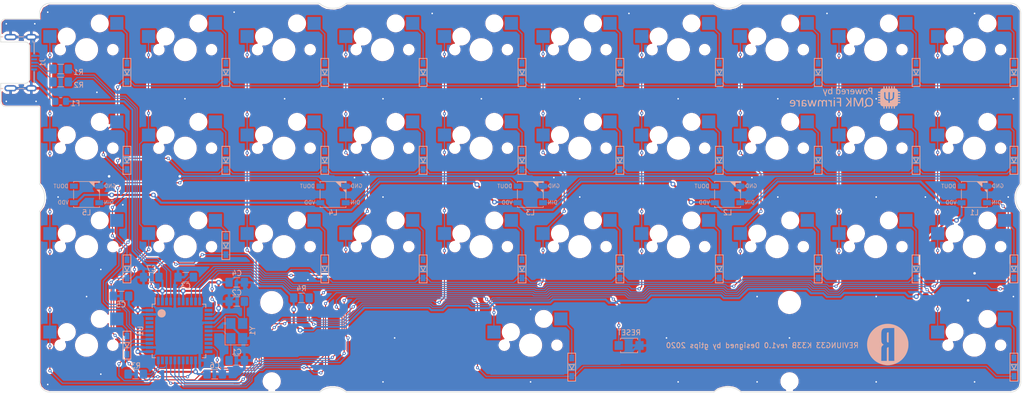
<source format=kicad_pcb>
(kicad_pcb (version 20221018) (generator pcbnew)
  (title_block (title "REVIUNG33") (date "2020-07-29") (rev "1.1.1"))
  (layers (0 "F.Cu" signal) (31 "B.Cu" signal) (34 "B.Paste" user) (35 "F.Paste" user) (36 "B.SilkS" user "B.Silkscreen") (37 "F.SilkS" user "F.Silkscreen") (38 "B.Mask" user) (39 "F.Mask" user) (44 "Edge.Cuts" user))
  (net 0 "")
  (net 1 "VCC")
  (net 2 "GND")
  (net 3 "Net-(D1-Pad2)")
  (net 4 "row0")
  (net 5 "Net-(D2-Pad2)")
  (net 6 "Net-(D3-Pad2)")
  (net 7 "Net-(D4-Pad2)")
  (net 8 "Net-(D5-Pad2)")
  (net 9 "Net-(D6-Pad2)")
  (net 10 "Net-(D7-Pad2)")
  (net 11 "Net-(D8-Pad2)")
  (net 12 "Net-(D9-Pad2)")
  (net 13 "Net-(D10-Pad2)")
  (net 14 "Net-(D11-Pad2)")
  (net 15 "row1")
  (net 16 "Net-(D12-Pad2)")
  (net 17 "Net-(D13-Pad2)")
  (net 18 "Net-(D14-Pad2)")
  (net 19 "Net-(D15-Pad2)")
  (net 20 "Net-(D16-Pad2)")
  (net 21 "Net-(D17-Pad2)")
  (net 22 "Net-(D18-Pad2)")
  (net 23 "Net-(D19-Pad2)")
  (net 24 "Net-(D20-Pad2)")
  (net 25 "Net-(D21-Pad2)")
  (net 26 "row2")
  (net 27 "Net-(D22-Pad2)")
  (net 28 "Net-(D23-Pad2)")
  (net 29 "Net-(D24-Pad2)")
  (net 30 "Net-(D25-Pad2)")
  (net 31 "Net-(D26-Pad2)")
  (net 32 "Net-(D27-Pad2)")
  (net 33 "Net-(D28-Pad2)")
  (net 34 "Net-(D29-Pad2)")
  (net 35 "Net-(D30-Pad2)")
  (net 36 "Net-(D31-Pad2)")
  (net 37 "row3")
  (net 38 "Net-(D32-Pad2)")
  (net 39 "Net-(D33-Pad2)")
  (net 40 "LED")
  (net 41 "Net-(F1-Pad2)")
  (net 42 "Net-(R1-Pad1)")
  (net 43 "Net-(R2-Pad1)")
  (net 44 "col0")
  (net 45 "col1")
  (net 46 "col2")
  (net 47 "col3")
  (net 48 "col4")
  (net 49 "col5")
  (net 50 "col6")
  (net 51 "col7")
  (net 52 "col8")
  (net 53 "col9")
  (net 54 "XTAL1")
  (net 55 "XTAL2")
  (net 56 "Net-(C3-Pad1)")
  (net 57 "D-")
  (net 58 "D+")
  (net 59 "Net-(L1-Pad2)")
  (net 60 "Net-(L2-Pad2)")
  (net 61 "Net-(L3-Pad2)")
  (net 62 "Net-(L4-Pad2)")
  (net 63 "Net-(R3-Pad2)")
  (net 64 "Net-(R4-Pad1)")
  (footprint "_reviung-kbd:MXOnly-1U-Hotswap" (layer "F.Cu") (at 35 35)
    (fp_text reference "SW1")
    (fp_text value "SW_PUSH")
  )
  (footprint "_reviung-kbd:MXOnly-1U-Hotswap" (layer "F.Cu") (at 54.05 35)
    (fp_text reference "SW2")
    (fp_text value "SW_PUSH")
  )
  (footprint "_reviung-kbd:MXOnly-1U-Hotswap" (layer "F.Cu") (at 73.1 35)
    (fp_text reference "SW3")
    (fp_text value "SW_PUSH")
  )
  (footprint "_reviung-kbd:MXOnly-1U-Hotswap" (layer "F.Cu") (at 92.15 35)
    (fp_text reference "SW4")
    (fp_text value "SW_PUSH")
  )
  (footprint "_reviung-kbd:MXOnly-1U-Hotswap" (layer "F.Cu") (at 111.2 35)
    (fp_text reference "SW5")
    (fp_text value "SW_PUSH")
  )
  (footprint "_reviung-kbd:MXOnly-1U-Hotswap" (layer "F.Cu") (at 130.25 35)
    (fp_text reference "SW6")
    (fp_text value "SW_PUSH")
  )
  (footprint "_reviung-kbd:MXOnly-1U-Hotswap" (layer "F.Cu") (at 149.3 35)
    (fp_text reference "SW7")
    (fp_text value "SW_PUSH")
  )
  (footprint "_reviung-kbd:MXOnly-1U-Hotswap" (layer "F.Cu") (at 168.35 35)
    (fp_text reference "SW8")
    (fp_text value "SW_PUSH")
  )
  (footprint "_reviung-kbd:MXOnly-1U-Hotswap" (layer "F.Cu") (at 187.4 35)
    (fp_text reference "SW9")
    (fp_text value "SW_PUSH")
  )
  (footprint "_reviung-kbd:MXOnly-1U-Hotswap" (layer "F.Cu") (at 206.45 35)
    (fp_text reference "SW10")
    (fp_text value "SW_PUSH")
  )
  (footprint "_reviung-kbd:MXOnly-1U-Hotswap" (layer "F.Cu") (at 35 54.05)
    (fp_text reference "SW11")
    (fp_text value "SW_PUSH")
  )
  (footprint "_reviung-kbd:MXOnly-1U-Hotswap" (layer "F.Cu") (at 54.05 54.05)
    (fp_text reference "SW12")
    (fp_text value "SW_PUSH")
  )
  (footprint "_reviung-kbd:MXOnly-1U-Hotswap" (layer "F.Cu") (at 73.1 54.05)
    (fp_text reference "SW13")
    (fp_text value "SW_PUSH")
  )
  (footprint "_reviung-kbd:MXOnly-1U-Hotswap" (layer "F.Cu") (at 92.15 54.05)
    (fp_text reference "SW14")
    (fp_text value "SW_PUSH")
  )
  (footprint "_reviung-kbd:MXOnly-1U-Hotswap" (layer "F.Cu") (at 111.2 54.05)
    (fp_text reference "SW15")
    (fp_text value "SW_PUSH")
  )
  (footprint "_reviung-kbd:MXOnly-1U-Hotswap" (layer "F.Cu") (at 130.25 54.05)
    (fp_text reference "SW16")
    (fp_text value "SW_PUSH")
  )
  (footprint "_reviung-kbd:MXOnly-1U-Hotswap" (layer "F.Cu") (at 149.3 54.05)
    (fp_text reference "SW17")
    (fp_text value "SW_PUSH")
  )
  (footprint "_reviung-kbd:MXOnly-1U-Hotswap" (layer "F.Cu") (at 168.35 54.05)
    (fp_text reference "SW18")
    (fp_text value "SW_PUSH")
  )
  (footprint "_reviung-kbd:MXOnly-1U-Hotswap" (layer "F.Cu") (at 187.4 54.05)
    (fp_text reference "SW19")
    (fp_text value "SW_PUSH")
  )
  (footprint "_reviung-kbd:MXOnly-1U-Hotswap" (layer "F.Cu") (at 206.45 54.05)
    (fp_text reference "SW20")
    (fp_text value "SW_PUSH")
  )
  (footprint "_reviung-kbd:MXOnly-1U-Hotswap" (layer "F.Cu") (at 35 73.1)
    (fp_text reference "SW21")
    (fp_text value "SW_PUSH")
  )
  (footprint "_reviung-kbd:MXOnly-1U-Hotswap" (layer "F.Cu") (at 54.05 73.1)
    (fp_text reference "SW22")
    (fp_text value "SW_PUSH")
  )
  (footprint "_reviung-kbd:MXOnly-1U-Hotswap" (layer "F.Cu") (at 73.1 73.1)
    (fp_text reference "SW23")
    (fp_text value "SW_PUSH")
  )
  (footprint "_reviung-kbd:MXOnly-1U-Hotswap" (layer "F.Cu") (at 92.15 73.1)
    (fp_text reference "SW24")
    (fp_text value "SW_PUSH")
  )
  (footprint "_reviung-kbd:MXOnly-1U-Hotswap" (layer "F.Cu") (at 111.2 73.1)
    (fp_text reference "SW25")
    (fp_text value "SW_PUSH")
  )
  (footprint "_reviung-kbd:MXOnly-1U-Hotswap" (layer "F.Cu") (at 130.25 73.1)
    (fp_text reference "SW26")
    (fp_text value "SW_PUSH")
  )
  (footprint "_reviung-kbd:MXOnly-1U-Hotswap" (layer "F.Cu") (at 149.3 73.1)
    (fp_text reference "SW27")
    (fp_text value "SW_PUSH")
  )
  (footprint "_reviung-kbd:MXOnly-1U-Hotswap" (layer "F.Cu") (at 168.35 73.1)
    (fp_text reference "SW28")
    (fp_text value "SW_PUSH")
  )
  (footprint "_reviung-kbd:MXOnly-1U-Hotswap" (layer "F.Cu") (at 187.4 73.1)
    (fp_text reference "SW29")
    (fp_text value "SW_PUSH")
  )
  (footprint "_reviung-kbd:MXOnly-1U-Hotswap" (layer "F.Cu") (at 206.45 73.1)
    (fp_text reference "SW30")
    (fp_text value "SW_PUSH")
  )
  (footprint "_reviung-kbd:MXOnly-1U-Hotswap" (layer "F.Cu") (at 35 92.15)
    (fp_text reference "SW31")
    (fp_text value "SW_PUSH")
  )
  (footprint "_reviung-kbd:MXOnly-1U-Hotswap" (layer "F.Cu") (at 206.45 92.15)
    (fp_text reference "SW33")
    (fp_text value "SW_PUSH")
  )
  (footprint "_reviung-kbd:MXOnly-6.25U-Hotswap-ReversedStabilizers" (layer "F.Cu") (at 120.76 92.15)
    (fp_text reference "SW32")
    (fp_text value "SW_PUSH")
  )
  (footprint "Capacitor_SMD:C_1206_3216Metric_Pad1.42x1.75mm_HandSolder" (layer "B.Cu") (at 59.75 97.75)
    (fp_text reference "C6")
    (fp_text value "0.1uF")
  )
  (footprint "Capacitor_SMD:C_1206_3216Metric_Pad1.42x1.75mm_HandSolder" (layer "B.Cu") (at 47.5 79 180)
    (fp_text reference "C7")
    (fp_text value "10uF")
  )
  (footprint "Capacitor_SMD:C_1206_3216Metric_Pad1.42x1.75mm_HandSolder" (layer "B.Cu") (at 54.15 79 180)
    (fp_text reference "C3")
    (fp_text value "1uF")
  )
  (footprint "Capacitor_SMD:C_1206_3216Metric_Pad1.42x1.75mm_HandSolder" (layer "B.Cu") (at 64 95.1 180)
    (fp_text reference "C1")
    (fp_text value "22pF")
  )
  (footprint "Capacitor_SMD:C_1206_3216Metric_Pad1.42x1.75mm_HandSolder" (layer "B.Cu") (at 64 83.7 180)
    (fp_text reference "C2")
    (fp_text value "22pF")
  )
  (footprint "_reviung-kbd:D3_SMD_1side" (layer "B.Cu") (at 42.8 39.4 90)
    (fp_text reference "D1" hide)
    (fp_text value "D" hide)
  )
  (footprint "_reviung-kbd:D3_SMD_1side" (layer "B.Cu") (at 61.9 39.4 90)
    (fp_text reference "D2" hide)
    (fp_text value "D" hide)
  )
  (footprint "_reviung-kbd:D3_SMD_1side" (layer "B.Cu") (at 81 39.4 90)
    (fp_text reference "D3" hide)
    (fp_text value "D" hide)
  )
  (footprint "_reviung-kbd:D3_SMD_1side" (layer "B.Cu") (at 100 39.4 90)
    (fp_text reference "D4" hide)
    (fp_text value "D" hide)
  )
  (footprint "_reviung-kbd:D3_SMD_1side" (layer "B.Cu") (at 119.1 39.4 90)
    (fp_text reference "D5" hide)
    (fp_text value "D" hide)
  )
  (footprint "_reviung-kbd:D3_SMD_1side" (layer "B.Cu") (at 138 39.4 90)
    (fp_text reference "D6" hide)
    (fp_text value "D" hide)
  )
  (footprint "_reviung-kbd:D3_SMD_1side" (layer "B.Cu") (at 157.2 39.4 90)
    (fp_text reference "D7" hide)
    (fp_text value "D" hide)
  )
  (footprint "_reviung-kbd:D3_SMD_1side" (layer "B.Cu") (at 176.3 39.4 90)
    (fp_text reference "D8" hide)
    (fp_text value "D" hide)
  )
  (footprint "_reviung-kbd:D3_SMD_1side" (layer "B.Cu") (at 195.2 39.4 90)
    (fp_text reference "D9" hide)
    (fp_text value "D" hide)
  )
  (footprint "_reviung-kbd:D3_SMD_1side" (layer "B.Cu") (at 214.1 39.4 90)
    (fp_text reference "D10" hide)
    (fp_text value "D" hide)
  )
  (footprint "_reviung-kbd:D3_SMD_1side" (layer "B.Cu") (at 42.8 56.4 90)
    (fp_text reference "D11" hide)
    (fp_text value "D" hide)
  )
  (footprint "_reviung-kbd:D3_SMD_1side" (layer "B.Cu") (at 61.9 56.4 90)
    (fp_text reference "D12" hide)
    (fp_text value "D" hide)
  )
  (footprint "_reviung-kbd:D3_SMD_1side" (layer "B.Cu") (at 81 56.4 90)
    (fp_text reference "D13" hide)
    (fp_text value "D" hide)
  )
  (footprint "_reviung-kbd:D3_SMD_1side" (layer "B.Cu") (at 100 56.4 90)
    (fp_text reference "D14" hide)
    (fp_text value "D" hide)
  )
  (footprint "_reviung-kbd:D3_SMD_1side" (layer "B.Cu") (at 119.1 56.4 90)
    (fp_text reference "D15" hide)
    (fp_text value "D" hide)
  )
  (footprint "_reviung-kbd:D3_SMD_1side" (layer "B.Cu") (at 138 56.4 90)
    (fp_text reference "D16" hide)
    (fp_text value "D" hide)
  )
  (footprint "_reviung-kbd:D3_SMD_1side" (layer "B.Cu") (at 157.2 56.4 90)
    (fp_text reference "D17" hide)
    (fp_text value "D" hide)
  )
  (footprint "_reviung-kbd:D3_SMD_1side" (layer "B.Cu") (at 176.3 56.4 90)
    (fp_text reference "D18" hide)
    (fp_text value "D" hide)
  )
  (footprint "_reviung-kbd:D3_SMD_1side" (layer "B.Cu") (at 195.2 56.4 90)
    (fp_text reference "D19" hide)
    (fp_text value "D" hide)
  )
  (footprint "_reviung-kbd:D3_SMD_1side" (layer "B.Cu") (at 214.1 56.4 90)
    (fp_text reference "D20" hide)
    (fp_text value "D" hide)
  )
  (footprint "_reviung-kbd:D3_SMD_1side" (layer "B.Cu") (at 42.8 77.4 90)
    (fp_text reference "D21" hide)
    (fp_text value "D" hide)
  )
  (footprint "_reviung-kbd:D3_SMD_1side" (layer "B.Cu") (at 61.9 72.875 90)
    (fp_text reference "D22" hide)
    (fp_text value "D" hide)
  )
  (footprint "_reviung-kbd:D3_SMD_1side" (layer "B.Cu") (at 81 77.4 90)
    (fp_text reference "D23" hide)
    (fp_text value "D" hide)
  )
  (footprint "_reviung-kbd:D3_SMD_1side" (layer "B.Cu") (at 100 77.4 90)
    (fp_text reference "D24" hide)
    (fp_text value "D" hide)
  )
  (footprint "_reviung-kbd:D3_SMD_1side" (layer "B.Cu") (at 119.1 77.4 90)
    (fp_text reference "D25" hide)
    (fp_text value "D" hide)
  )
  (footprint "_reviung-kbd:D3_SMD_1side" (layer "B.Cu") (at 138 77.4 90)
    (fp_text reference "D26" hide)
    (fp_text value "D" hide)
  )
  (footprint "_reviung-kbd:D3_SMD_1side" (layer "B.Cu") (at 157.2 77.4 90)
    (fp_text reference "D27" hide)
    (fp_text value "D" hide)
  )
  (footprint "_reviung-kbd:D3_SMD_1side" (layer "B.Cu") (at 176.3 77.4 90)
    (fp_text reference "D28" hide)
    (fp_text value "D" hide)
  )
  (footprint "_reviung-kbd:D3_SMD_1side" (layer "B.Cu") (at 195.2 77.4 90)
    (fp_text reference "D29" hide)
    (fp_text value "D" hide)
  )
  (footprint "_reviung-kbd:D3_SMD_1side" (layer "B.Cu") (at 214.1 77.4 90)
    (fp_text reference "D30" hide)
    (fp_text value "D" hide)
  )
  (footprint "_reviung-kbd:D3_SMD_1side" (layer "B.Cu") (at 42.8 92.15 90)
    (fp_text reference "D31" hide)
    (fp_text value "D" hide)
  )
  (footprint "_reviung-kbd:D3_SMD_1side" (layer "B.Cu") (at 128.7 96.4 90)
    (fp_text reference "D32" hide)
    (fp_text value "D" hide)
  )
  (footprint "_reviung-kbd:D3_SMD_1side" (layer "B.Cu") (at 214.1 96.4 90)
    (fp_text reference "D33" hide)
    (fp_text value "D" hide)
  )
  (footprint "Fuse:Fuse_0805_2012Metric_Pad1.15x1.40mm_HandSolder" (layer "B.Cu") (at 30 45 180)
    (fp_text reference "F1")
    (fp_text value "500mA")
  )
  (footprint "Resistor_SMD:R_1206_3216Metric_Pad1.42x1.75mm_HandSolder" (layer "B.Cu") (at 30 38.75 180)
    (fp_text reference "R1")
    (fp_text value "22")
  )
  (footprint "Resistor_SMD:R_1206_3216Metric_Pad1.42x1.75mm_HandSolder" (layer "B.Cu") (at 30 41.25 180)
    (fp_text reference "R2")
    (fp_text value "22")
  )
  (footprint "Resistor_SMD:R_1206_3216Metric_Pad1.42x1.75mm_HandSolder" (layer "B.Cu") (at 76.5 83 180)
    (fp_text reference "R4")
    (fp_text value "10k")
  )
  (footprint "Resistor_SMD:R_1206_3216Metric_Pad1.42x1.75mm_HandSolder" (layer "B.Cu") (at 44.5 97.75)
    (fp_text reference "R3")
    (fp_text value "10k")
  )
  (footprint "_reviung-kbd:LED_WS2812B_PLCC4_5.0x5.0mm_P3.2mm" (layer "B.Cu") (at 206.45 63)
    (fp_text reference "L1")
    (fp_text value "WS2812B")
  )
  (footprint "_reviung-kbd:LED_WS2812B_PLCC4_5.0x5.0mm_P3.2mm" (layer "B.Cu") (at 158.8 63)
    (fp_text reference "L2")
    (fp_text value "WS2812B")
  )
  (footprint "_reviung-kbd:LED_WS2812B_PLCC4_5.0x5.0mm_P3.2mm" (layer "B.Cu") (at 120.71 63)
    (fp_text reference "L3")
    (fp_text value "WS2812B")
  )
  (footprint "_reviung-kbd:LED_WS2812B_PLCC4_5.0x5.0mm_P3.2mm" (layer "B.Cu") (at 82.6 63)
    (fp_text reference "L4")
    (fp_text value "WS2812B")
  )
  (footprint "_reviung-kbd:LED_WS2812B_PLCC4_5.0x5.0mm_P3.2mm" (layer "B.Cu") (at 35 63)
    (fp_text reference "L5")
    (fp_text value "WS2812B")
  )
  (footprint "Capacitor_SMD:C_1206_3216Metric_Pad1.42x1.75mm_HandSolder" (layer "B.Cu") (at 64 80)
    (fp_text reference "C4")
    (fp_text value "0.1uF")
  )
  (footprint "Capacitor_SMD:C_1206_3216Metric_Pad1.42x1.75mm_HandSolder" (layer "B.Cu") (at 41.65 82.65 180)
    (fp_text reference "C5")
    (fp_text value "0.1uF")
  )
  (footprint "Package_QFP:TQFP-44_10x10mm_P0.8mm" (layer "B.Cu") (at 52.85 89.4 -90)
    (fp_text reference "U1")
    (fp_text value "ATmega32U4-AU")
  )
  (footprint "Crystal:Crystal_SMD_3225-4Pin_3.2x2.5mm_HandSoldering" (layer "B.Cu") (at 64 89.4 90)
    (fp_text reference "Y1")
    (fp_text value "16MHz")
  )
  (footprint "_reviung-kbd:MOLEX_47642-0001_HandSoldering_cuts" (layer "B.Cu") (at 22.13 37.52 90)
    (fp_text reference "J1")
    (fp_text value "MOLEX_47642-0001")
  )
  (footprint "_reviung-kbd:QMK-x4-ver1" (layer "B.Cu") (at 181.5 44.25 180)
    (fp_text reference "G***" hide)
    (fp_text value "LOGO" hide)
  )
  (footprint "_reviung-kbd:R-x4-ver1" (layer "B.Cu") (at 189.75 92 180)
    (fp_text reference "G***" hide)
    (fp_text value "LOGO" hide)
  )
  (footprint "_reviung-kbd:SW_SPST_B3U-1000P" (layer "B.Cu") (at 139.78 92.21 180)
    (fp_text reference "RESET")
    (fp_text value "SW_PUSH")
  )
  (gr_circle (center 49.5 86) (end 49.9 86) (stroke (width 0.8)) (fill none) (layer "B.SilkS"))
  (gr_curve (pts (xy 215.430007 99.219989) (xy 215.430007 99.219989) (xy 215.430007 66.260933) (xy 215.430007 66.260933)) (stroke (width 0.1)) (layer "Edge.Cuts"))
  (gr_curve (pts (xy 156.150636 101.219996) (xy 156.854039 100.604853) (xy 157.7722 100.229295) (xy 158.780041 100.229295)) (stroke (width 0.1)) (layer "Edge.Cuts"))
  (gr_curve (pts (xy 213.43 101.219996) (xy 214.534562 101.219996) (xy 215.430007 100.324573) (xy 215.430007 99.219989)) (stroke (width 0.1)) (layer "Edge.Cuts"))
  (gr_curve (pts (xy 18.430082 41.51759) (xy 18.430082 41.51759) (xy 18.430082 45.017613) (xy 18.430082 45.017613)) (stroke (width 0.1)) (layer "Edge.Cuts"))
  (gr_curve (pts (xy 27.929996 26.02) (xy 26.825434 26.02) (xy 25.929989 26.915423) (xy 25.929989 28.020007)) (stroke (width 0.1)) (layer "Edge.Cuts"))
  (gr_curve (pts (xy 26.930057 63.621322) (xy 26.930057 64.634181) (xy 26.550601 65.556346) (xy 25.929989 66.261062)) (stroke (width 0.1)) (layer "Edge.Cuts"))
  (gr_curve (pts (xy 215.430007 28.020007) (xy 215.430007 26.915423) (xy 214.534562 26.02) (xy 213.43 26.02)) (stroke (width 0.1)) (layer "Edge.Cuts"))
  (gr_curve (pts (xy 27.929996 101.219996) (xy 27.929996 101.219996) (xy 80.023005 101.219996) (xy 80.023005 101.219996)) (stroke (width 0.1)) (layer "Edge.Cuts"))
  (gr_curve (pts (xy 19.430085 29.017599) (xy 18.877793 29.017599) (xy 18.430082 29.465332) (xy 18.430082 30.017603)) (stroke (width 0.1)) (layer "Edge.Cuts"))
  (gr_curve (pts (xy 215.430007 60.981733) (xy 215.430007 60.981733) (xy 215.430007 28.020007) (xy 215.430007 28.020007)) (stroke (width 0.1)) (layer "Edge.Cuts"))
  (gr_curve (pts (xy 18.430082 33.517604) (xy 18.430082 33.517604) (xy 23.130074 33.517604) (xy 23.130074 33.517604)) (stroke (width 0.1)) (layer "Edge.Cuts"))
  (gr_curve (pts (xy 85.137098 101.219996) (xy 85.137098 101.219996) (xy 156.150636 101.219996) (xy 156.150636 101.219996)) (stroke (width 0.1)) (layer "Edge.Cuts"))
  (gr_curve (pts (xy 25.929989 29.017599) (xy 25.929989 29.017599) (xy 19.430085 29.017599) (xy 19.430085 29.017599)) (stroke (width 0.1)) (layer "Edge.Cuts"))
  (gr_curve (pts (xy 158.779933 27.021317) (xy 157.766429 27.021317) (xy 156.843725 26.641345) (xy 156.138837 26.02)) (stroke (width 0.1)) (layer "Edge.Cuts"))
  (gr_curve (pts (xy 161.409467 101.219996) (xy 161.409467 101.219996) (xy 213.43 101.219996) (xy 213.43 101.219996)) (stroke (width 0.1)) (layer "Edge.Cuts"))
  (gr_curve (pts (xy 23.130074 41.51759) (xy 23.130074 41.51759) (xy 18.430082 41.51759) (xy 18.430082 41.51759)) (stroke (width 0.1)) (layer "Edge.Cuts"))
  (gr_curve (pts (xy 161.421051 26.02) (xy 160.716163 26.641345) (xy 159.793459 27.021317) (xy 158.779933 27.021317)) (stroke (width 0.1)) (layer "Edge.Cuts"))
  (gr_curve (pts (xy 25.929989 66.261062) (xy 25.929989 66.261062) (xy 25.929989 99.219989) (xy 25.929989 99.219989)) (stroke (width 0.1)) (layer "Edge.Cuts"))
  (gr_curve (pts (xy 25.929989 28.020007) (xy 25.929989 28.020007) (xy 25.929989 29.017599) (xy 25.929989 29.017599)) (stroke (width 0.1)) (layer "Edge.Cuts"))
  (gr_curve (pts (xy 80.023005 101.219996) (xy 80.716352 100.642814) (xy 81.607404 100.295074) (xy 82.580062 100.295074)) (stroke (width 0.1)) (layer "Edge.Cuts"))
  (gr_curve (pts (xy 25.929989 60.981604) (xy 26.550601 61.68632) (xy 26.930057 62.608486) (xy 26.930057 63.621322)) (stroke (width 0.1)) (layer "Edge.Cuts"))
  (gr_curve (pts (xy 19.430085 46.017617) (xy 19.430085 46.017617) (xy 25.929989 46.017617) (xy 25.929989 46.017617)) (stroke (width 0.1)) (layer "Edge.Cuts"))
  (gr_curve (pts (xy 214.430046 63.621322) (xy 214.430046 62.608529) (xy 214.809459 61.686428) (xy 215.430007 60.981733)) (stroke (width 0.1)) (layer "Edge.Cuts"))
  (gr_curve (pts (xy 79.938966 26.02) (xy 79.938966 26.02) (xy 27.929996 26.02) (xy 27.929996 26.02)) (stroke (width 0.1)) (layer "Edge.Cuts"))
  (gr_curve (pts (xy 156.138837 26.02) (xy 156.138837 26.02) (xy 85.22118 26.02) (xy 85.22118 26.02)) (stroke (width 0.1)) (layer "Edge.Cuts"))
  (gr_curve (pts (xy 85.22118 26.02) (xy 84.516292 26.641345) (xy 83.593588 27.021317) (xy 82.580084 27.021317)) (stroke (width 0.1)) (layer "Edge.Cuts"))
  (gr_curve (pts (xy 25.929989 46.017617) (xy 25.929989 46.017617) (xy 25.929989 60.981604) (xy 25.929989 60.981604)) (stroke (width 0.1)) (layer "Edge.Cuts"))
  (gr_curve (pts (xy 23.930089 40.717596) (xy 23.930089 41.159429) (xy 23.571907 41.51759) (xy 23.130074 41.51759)) (stroke (width 0.1)) (layer "Edge.Cuts"))
  (gr_curve (pts (xy 23.930089 34.317599) (xy 23.930089 34.317599) (xy 23.930089 40.717596) (xy 23.930089 40.717596)) (stroke (width 0.1)) (layer "Edge.Cuts"))
  (gr_curve (pts (xy 18.430082 30.017603) (xy 18.430082 30.017603) (xy 18.430082 33.517604) (xy 18.430082 33.517604)) (stroke (width 0.1)) (layer "Edge.Cuts"))
  (gr_curve (pts (xy 158.780041 100.229295) (xy 159.787882 100.229295) (xy 160.706065 100.604853) (xy 161.409467 101.219996)) (stroke (width 0.1)) (layer "Edge.Cuts"))
  (gr_curve (pts (xy 25.929989 99.219989) (xy 25.929989 100.324573) (xy 26.825434 101.219996) (xy 27.929996 101.219996)) (stroke (width 0.1)) (layer "Edge.Cuts"))
  (gr_curve (pts (xy 23.130074 33.517604) (xy 23.571907 33.517604) (xy 23.930089 33.875765) (xy 23.930089 34.317599)) (stroke (width 0.1)) (layer "Edge.Cuts"))
  (gr_curve (pts (xy 18.430082 45.017613) (xy 18.430082 45.569883) (xy 18.877793 46.017617) (xy 19.430085 46.017617)) (stroke (width 0.1)) (layer "Edge.Cuts"))
  (gr_curve (pts (xy 82.580084 27.021317) (xy 81.566558 27.021317) (xy 80.643854 26.641345) (xy 79.938966 26.02)) (stroke (width 0.1)) (layer "Edge.Cuts"))
  (gr_curve (pts (xy 213.43 26.02) (xy 213.43 26.02) (xy 161.421051 26.02) (xy 161.421051 26.02)) (stroke (width 0.1)) (layer "Edge.Cuts"))
  (gr_curve (pts (xy 82.580062 100.295074) (xy 83.552721 100.295074) (xy 84.443751 100.642814) (xy 85.137098 101.219996)) (stroke (width 0.1)) (layer "Edge.Cuts"))
  (gr_curve (pts (xy 215.430007 66.260933) (xy 214.809459 65.556217) (xy 214.430046 64.634116) (xy 214.430046 63.621322)) (stroke (width 0.1)) (layer "Edge.Cuts"))
  (gr_text "REVIUNG33 K33B rev1.0 Designed by gtips 2020" (at 184.2 92.2) (layer "B.SilkS") (effects (font (size 1 1)) (justify left mirror)))
  (segment (start 44.9 85.4) (end 44.9 83.4) (width 0.4) (layer "F.Cu") (net 1))
  (segment (start 47.899989 63.100011) (end 39.850011 63.100011) (width 0.4) (layer "F.Cu") (net 1))
  (segment (start 48.8 97.3) (end 44.9 93.4) (width 0.4) (layer "F.Cu") (net 1))
  (segment (start 44.9 93.4) (end 44.9 85.4) (width 0.4) (layer "F.Cu") (net 1))
  (segment (start 196.25 81.75) (end 196.25 73) (width 0.4) (layer "F.Cu") (net 1))
  (segment (start 46.65 81.65) (end 49.65 81.65) (width 0.4) (layer "F.Cu") (net 1))
  (segment (start 195.25 82.75) (end 196.25 81.75) (width 0.4) (layer "F.Cu") (net 1))
  (segment (start 110.4 61.1) (end 113.775 64.475) (width 0.4) (layer "F.Cu") (net 1))
  (segment (start 44.9 83.4) (end 46.65 81.65) (width 0.4) (layer "F.Cu") (net 1))
  (segment (start 60.5 85) (end 60.5 80) (width 0.4) (layer "F.Cu") (net 1))
  (segment (start 75.0125 88.0125) (end 76.25 89.25) (width 0.4) (layer "F.Cu") (net 1))
  (segment (start 60.5 80) (end 58.75 80) (width 0.4) (layer "F.Cu") (net 1))
  (segment (start 196.25 73) (end 201.25 68) (width 0.4) (layer "F.Cu") (net 1))
  (segment (start 148.25 61) (end 151.75 64.5) (width 0.4) (layer "F.Cu") (net 1))
  (segment (start 75.0125 85.2375) (end 75.0125 88.0125) (width 0.4) (layer "F.Cu") (net 1))
  (segment (start 53.65 81.65) (end 57.1 81.65) (width 0.4) (layer "F.Cu") (net 1))
  (segment (start 49.65 81.65) (end 53.65 81.65) (width 0.4) (layer "F.Cu") (net 1))
  (segment (start 201.25 68) (end 203 68) (width 0.4) (layer "F.Cu") (net 1))
  (segment (start 58.75 80) (end 57.1 81.65) (width 0.4) (layer "F.Cu") (net 1))
  (segment (start 56.05 97.3) (end 48.8 97.3) (width 0.4) (layer "F.Cu") (net 1))
  (via (at 75.0125 85.2375) (size 0.9) (drill 0.5) (layers "F.Cu" "B.Cu") (net 1))
  (via (at 195.25 82.75) (size 0.9) (drill 0.5) (layers "F.Cu" "B.Cu") (net 1))
  (via (at 148.25 61) (size 0.9) (drill 0.5) (layers "F.Cu" "B.Cu") (net 1))
  (via (at 56.05 97.3) (size 0.9) (drill 0.5) (layers "F.Cu" "B.Cu") (net 1))
  (via (at 44.9 85.4) (size 0.9) (drill 0.5) (layers "F.Cu" "B.Cu") (net 1))
  (via (at 53.65 81.65) (size 0.9) (drill 0.5) (layers "F.Cu" "B.Cu") (net 1))
  (via (at 49.65 81.65) (size 0.9) (drill 0.5) (layers "F.Cu" "B.Cu") (net 1))
  (via (at 60.5 80) (size 0.9) (drill 0.5) (layers "F.Cu" "B.Cu") (net 1))
  (via (at 47.899989 63.100011) (size 0.9) (drill 0.5) (layers "F.Cu" "B.Cu") (net 1))
  (via (at 39.850011 63.100011) (size 0.9) (drill 0.5) (layers "F.Cu" "B.Cu") (net 1))
  (via (at 76.25 89.25) (size 0.9) (drill 0.5) (layers "F.Cu" "B.Cu") (net 1))
  (via (at 60.5 85) (size 0.9) (drill 0.5) (layers "F.Cu" "B.Cu") (net 1))
  (via (at 44.9 93.4) (size 0.9) (drill 0.5) (layers "F.Cu" "B.Cu") (net 1))
  (via (at 110.4 61.1) (size 0.9) (drill 0.5) (layers "F.Cu" "B.Cu") (net 1))
  (via (at 113.775 64.475) (size 0.9) (drill 0.5) (layers "F.Cu" "B.Cu") (net 1))
  (via (at 203 68) (size 0.9) (drill 0.5) (layers "F.Cu" "B.Cu") (net 1))
  (via (at 151.75 64.5) (size 0.9) (drill 0.5) (layers "F.Cu" "B.Cu") (net 1))
  (segment (start 49.65 81.65) (end 49.65 83.7) (width 0.4) (layer "B.Cu") (net 1))
  (segment (start 110.4 61.1) (end 109.80003 60.50003) (width 0.4) (layer "B.Cu") (net 1))
  (segment (start 135.25 83.30008) (end 135.899921 83.950001) (width 0.4) (layer "B.Cu") (net 1))
  (segment (start 124.557052 83.900068) (end 125.15704 83.30008) (width 0.4) (layer "B.Cu") (net 1))
  (segment (start 125.15704 83.30008) (end 135.25 83.30008) (width 0.4) (layer "B.Cu") (net 1))
  (segment (start 44.15 85.4) (end 43.1375 84.3875) (width 0.4) (layer "B.Cu") (net 1))
  (segment (start 80.15 64.6) (end 80.35 64.6) (width 0.4) (layer "B.Cu") (net 1))
  (segment (start 43.1375 84.3875) (end 43.1375 82.65) (width 0.4) (layer "B.Cu") (net 1))
  (segment (start 118.135 64.475) (end 118.26 64.6) (width 0.4) (layer "B.Cu") (net 1))
  (segment (start 86.120001 66.000001) (end 81.750001 66.000001) (width 0.4) (layer "B.Cu") (net 1))
  (segment (start 47.15 93.4) (end 44.9 93.4) (width 0.4) (layer "B.Cu") (net 1))
  (segment (start 46.61359 76.63641) (end 43.867141 73.88996) (width 0.4) (layer "B.Cu") (net 1))
  (segment (start 56.5 97.75) (end 58.2625 97.75) (width 0.4) (layer "B.Cu") (net 1))
  (segment (start 88.5 85.036529) (end 88.5 85.022818) (width 0.4) (layer "B.Cu") (net 1))
  (segment (start 157.512974 82.50006) (end 158.062955 83.050041) (width 0.4) (layer "B.Cu") (net 1))
  (segment (start 66.47499 78.72499) (end 63.78751 78.72499) (width 0.4) (layer "B.Cu") (net 1))
  (segment (start 124.999999 66.000001) (end 130.49997 60.50003) (width 0.4) (layer "B.Cu") (net 1))
  (segment (start 196.05002 60.50002) (end 200.15 64.6) (width 0.4) (layer "B.Cu") (net 1))
  (segment (start 101.602202 85.375021) (end 103.785799 85.375021) (width 0.4) (layer "B.Cu") (net 1))
  (segment (start 113.760753 83.900068) (end 124.557052 83.900068) (width 0.4) (layer "B.Cu") (net 1))
  (segment (start 49.65 79.6625) (end 48.9875 79) (width 0.4) (layer "B.Cu") (net 1))
  (segment (start 119.750001 66.000001) (end 124.999999 66.000001) (width 0.4) (layer "B.Cu") (net 1))
  (segment (start 200.15 64.6) (end 204 64.6) (width 0.4) (layer "B.Cu") (net 1))
  (segment (start 49.65 81.65) (end 49.65 79.6625) (width 0.4) (layer "B.Cu") (net 1))
  (segment (start 103.785799 85.375021) (end 104.66071 84.50011) (width 0.4) (layer "B.Cu") (net 1))
  (segment (start 204 67) (end 203 68) (width 0.4) (layer "B.Cu") (net 1))
  (segment (start 48.9875 79) (end 48.9875 77.5125) (width 0.4) (layer "B.Cu") (net 1))
  (segment (start 84.936517 88.600011) (end 88.5 85.036529) (width 0.4) (layer "B.Cu") (net 1))
  (segment (start 180.538488 82.80003) (end 181.288519 82.049999) (width 0.4) (layer "B.Cu") (net 1))
  (segment (start 80.15 64.6) (end 49.399978 64.6) (width 0.4) (layer "B.Cu") (net 1))
  (segment (start 79.385993 88.600011) (end 84.936517 88.600011) (width 0.4) (layer "B.Cu") (net 1))
  (segment (start 56.05 97.3) (end 56.5 97.75) (width 0.4) (layer "B.Cu") (net 1))
  (segment (start 44.9 85.4) (end 47.15 85.4) (width 0.4) (layer "B.Cu") (net 1))
  (segment (start 162.999999 66.000001) (end 168.49998 60.50002) (width 0.4) (layer "B.Cu") (net 1))
  (segment (start 193.049999 82.049999) (end 193.75 82.75) (width 0.4) (layer "B.Cu") (net 1))
  (segment (start 72.775 80.75) (end 72.775 80.7625) (width 0.4) (layer "B.Cu") (net 1))
  (segment (start 88.622698 84.90012) (end 101.127301 84.90012) (width 0.4) (layer "B.Cu") (net 1))
  (segment (start 174.120836 81.27505) (end 174.945835 82.10005) (width 0.4) (layer "B.Cu") (net 1))
  (segment (start 72.775 80.75) (end 68.5 80.75) (width 0.4) (layer "B.Cu") (net 1))
  (segment (start 60.5 86) (end 60.5 85) (width 0.4) (layer "B.Cu") (net 1))
  (segment (start 174.945835 82.10005) (end 177.261534 82.10005) (width 0.4) (layer "B.Cu") (net 1))
  (segment (start 68.5 80.75) (end 66.47499 78.72499) (width 0.4) (layer "B.Cu") (net 1))
  (segment (start 157.750001 66.000001) (end 162.999999 66.000001) (width 0.4) (layer "B.Cu") (net 1))
  (segment (start 48.9875 77.5125) (end 48.11141 76.63641) (width 0.4) (layer "B.Cu") (net 1))
  (segment (start 158.062955 83.050041) (end 160.992179 83.050041) (width 0.4) (layer "B.Cu") (net 1))
  (segment (start 151.75 64.5) (end 156.25 64.5) (width 0.4) (layer "B.Cu") (net 1))
  (segment (start 104.66071 84.50011) (end 108.75011 84.50011) (width 0.4) (layer "B.Cu") (net 1))
  (segment (start 72.775 80.7625) (end 75.0125 83) (width 0.4) (layer "B.Cu") (net 1))
  (segment (start 63.78751 78.72499) (end 62.5125 80) (width 0.4) (layer "B.Cu") (net 1))
  (segment (start 135.899921 83.950001) (end 137.299999 83.950001) (width 0.4) (layer "B.Cu") (net 1))
  (segment (start 162.95778 81.29222) (end 162.97495 81.27505) (width 0.4) (layer "B.Cu") (net 1))
  (segment (start 91.619972 60.50003) (end 86.120001 66.000001) (width 0.4) (layer "B.Cu") (net 1))
  (segment (start 181.288519 82.049999) (end 193.049999 82.049999) (width 0.4) (layer "B.Cu") (net 1))
  (segment (start 33.05 64.6) (end 34.549989 63.100011) (width 0.4) (layer "B.Cu") (net 1))
  (segment (start 204 67) (end 204 64.6) (width 0.4) (layer "B.Cu") (net 1))
  (segment (start 43.867141 73.88996) (end 43.867141 46.639959) (width 0.4) (layer "B.Cu") (net 1))
  (segment (start 109.250021 85.000021) (end 112.6608 85.000021) (width 0.4) (layer "B.Cu") (net 1))
  (segment (start 193.75 82.75) (end 195.25 82.75) (width 0.4) (layer "B.Cu") (net 1))
  (segment (start 144.038487 82.50006) (end 157.512974 82.50006) (width 0.4) (layer "B.Cu") (net 1))
  (segment (start 112.6608 85.000021) (end 113.760753 83.900068) (width 0.4) (layer "B.Cu") (net 1))
  (segment (start 88.5 85.022818) (end 88.622698 84.90012) (width 0.4) (layer "B.Cu") (net 1))
  (segment (start 59.5 87) (end 60.5 86) (width 0.4) (layer "B.Cu") (net 1))
  (segment (start 62.5125 80) (end 60.5 80) (width 0.4) (layer "B.Cu") (net 1))
  (segment (start 44.9 85.4) (end 44.15 85.4) (width 0.4) (layer "B.Cu") (net 1))
  (segment (start 118.35 64.6) (end 119.750001 66.000001) (width 0.4) (layer "B.Cu") (net 1))
  (segment (start 162.97495 81.27505) (end 174.120836 81.27505) (width 0.4) (layer "B.Cu") (net 1))
  (segment (start 162.75 81.29222) (end 162.95778 81.29222) (width 0.4) (layer "B.Cu") (net 1))
  (segment (start 76.25 89.25) (end 78.736004 89.25) (width 0.4) (layer "B.Cu") (net 1))
  (segment (start 177.961513 82.80003) (end 180.538488 82.80003) (width 0.4) (layer "B.Cu") (net 1))
  (segment (start 113.775 64.475) (end 118.135 64.475) (width 0.4) (layer "B.Cu") (net 1))
  (segment (start 75.0125 83) (end 75.0125 85.2375) (width 0.4) (layer "B.Cu") (net 1))
  (segment (start 147.75003 60.50003) (end 148.25 61) (width 0.4) (layer "B.Cu") (net 1))
  (segment (start 118.26 64.6) (end 118.35 64.6) (width 0.4) (layer "B.Cu") (net 1))
  (segment (start 43.867141 46.639959) (end 42.227182 45) (width 0.4) (layer "B.Cu") (net 1))
  (segment (start 142.988507 83.550039) (end 144.038487 82.50006) (width 0.4) (layer "B.Cu") (net 1))
  (segment (start 58.55 87) (end 59.5 87) (width 0.4) (layer "B.Cu") (net 1))
  (segment (start 168.49998 60.50002) (end 196.05002 60.50002) (width 0.4) (layer "B.Cu") (net 1))
  (segment (start 177.261534 82.10005) (end 177.961513 82.80003) (width 0.4) (layer "B.Cu") (net 1))
  (segment (start 32.55 64.6) (end 33.05 64.6) (width 0.4) (layer "B.Cu") (net 1))
  (segment (start 42.227182 45) (end 31.025 45) (width 0.4) (layer "B.Cu") (net 1))
  (segment (start 78.736004 89.25) (end 79.385993 88.600011) (width 0.4) (layer "B.Cu") (net 1))
  (segment (start 53.65 83.7) (end 53.65 81.65) (width 0.4) (layer "B.Cu") (net 1))
  (segment (start 109.80003 60.50003) (end 91.619972 60.50003) (width 0.4) (layer "B.Cu") (net 1))
  (segment (start 56.05 95.1) (end 56.05 97.3) (width 0.4) (layer "B.Cu") (net 1))
  (segment (start 39.850011 63.100011) (end 34.549989 63.100011) (width 0.4) (layer "B.Cu") (net 1))
  (segment (start 48.11141 76.63641) (end 46.61359 76.63641) (width 0.4) (layer "B.Cu") (net 1))
  (segment (start 137.299999 83.950001) (end 137.699961 83.550039) (width 0.4) (layer "B.Cu") (net 1))
  (segment (start 156.25 64.5) (end 156.35 64.6) (width 0.4) (layer "B.Cu") (net 1))
  (segment (start 130.49997 60.50003) (end 147.75003 60.50003) (width 0.4) (layer "B.Cu") (net 1))
  (segment (start 49.399978 64.6) (end 47.899989 63.100011) (width 0.4) (layer "B.Cu") (net 1))
  (segment (start 108.75011 84.50011) (end 109.250021 85.000021) (width 0.4) (layer "B.Cu") (net 1))
  (segment (start 160.992179 83.050041) (end 162.75 81.29222) (width 0.4) (layer "B.Cu") (net 1))
  (segment (start 156.35 64.6) (end 157.750001 66.000001) (width 0.4) (layer "B.Cu") (net 1))
  (segment (start 101.127301 84.90012) (end 101.602202 85.375021) (width 0.4) (layer "B.Cu") (net 1))
  (segment (start 80.35 64.6) (end 81.750001 66.000001) (width 0.4) (layer "B.Cu") (net 1))
  (segment (start 137.699961 83.550039) (end 142.988507 83.550039) (width 0.4) (layer "B.Cu") (net 1))
  (segment (start 39.74999 59.50001) (end 40.50001 59.50001) (width 0.4) (layer "F.Cu") (net 2))
  (segment (start 206.5 82.25) (end 205.25 83.5) (width 0.4) (layer "F.Cu") (net 2))
  (segment (start 39.34999 59.50001) (end 40.50001 59.50001) (width 0.4) (layer "F.Cu") (net 2))
  (segment (start 206.5 78.25) (end 206.5 82.25) (width 0.4) (layer "F.Cu") (net 2))
  (segment (start 40.50001 59.50001) (end 52.99999 59.50001) (width 0.4) (layer "F.Cu") (net 2))
  (via (at 54 44.5) (size 0.6) (drill 0.3) (layers "F.Cu" "B.Cu") (net 2))
  (via (at 37.75 97.75) (size 0.6) (drill 0.3) (layers "F.Cu" "B.Cu") (net 2))
  (via (at 187.5 63.5) (size 0.6) (drill 0.3) (layers "F.Cu" "B.Cu") (net 2))
  (via (at 73.25 44.5) (size 0.6) (drill 0.3) (layers "F.Cu" "B.Cu") (net 2))
  (via (at 206.5 78.25) (size 0.9) (drill 0.5) (layers "F.Cu" "B.Cu") (net 2))
  (via (at 27.5 99.75) (size 0.6) (drill 0.3) (layers "F.Cu" "B.Cu") (net 2))
  (via (at 25 30) (size 0.6) (drill 0.3) (layers "F.Cu" "B.Cu") (net 2))
  (via (at 130.25 44.5) (size 0.6) (drill 0.3) (layers "F.Cu" "B.Cu") (net 2))
  (via (at 214 44.5) (size 0.6) (drill 0.3) (layers "F.Cu" "B.Cu") (net 2))
  (via (at 164.5 82.75) (size 0.6) (drill 0.3) (layers "F.Cu" "B.Cu") (net 2))
  (via (at 92.25 44.5) (size 0.6) (drill 0.3) (layers "F.Cu" "B.Cu") (net 2))
  (via (at 29.5 63.5) (size 0.6) (drill 0.3) (layers "F.Cu" "B.Cu") (net 2))
  (via (at 37 43.25) (size 0.6) (drill 0.3) (layers "F.Cu" "B.Cu") (net 2))
  (via (at 120.75 85.25) (size 0.6) (drill 0.3) (layers "F.Cu" "B.Cu") (net 2))
  (via (at 27.5 27.75) (size 0.6) (drill 0.3) (layers "F.Cu" "B.Cu") (net 2))
  (via (at 52.99999 59.50001) (size 0.9) (drill 0.5) (layers "F.Cu" "B.Cu") (net 2))
  (via (at 25.25 45) (size 0.6) (drill 0.3) (layers "F.Cu" "B.Cu") (net 2))
  (via (at 170.75 90.75) (size 0.6) (drill 0.3) (layers "F.Cu" "B.Cu") (net 2))
  (via (at 86.75 59.75) (size 0.6) (drill 0.3) (layers "F.Cu" "B.Cu") (net 2))
  (via (at 120.75 99.25) (size 0.6) (drill 0.3) (layers "F.Cu" "B.Cu") (net 2))
  (via (at 149.25 44.5) (size 0.6) (drill 0.3) (layers "F.Cu" "B.Cu") (net 2))
  (via (at 35 82.75) (size 0.6) (drill 0.3) (layers "F.Cu" "B.Cu") (net 2))
  (via (at 92.25 99.25) (size 0.6) (drill 0.3) (layers "F.Cu" "B.Cu") (net 2))
  (via (at 147 90.75) (size 0.6) (drill 0.3) (layers "F.Cu" "B.Cu") (net 2))
  (via (at 187.5 82.75) (size 0.6) (drill 0.3) (layers "F.Cu" "B.Cu") (net 2))
  (via (at 111.25 44.5) (size 0.6) (drill 0.3) (layers "F.Cu" "B.Cu") (net 2))
  (via (at 187.5 44.5) (size 0.6) (drill 0.3) (layers "F.Cu" "B.Cu") (net 2))
  (via (at 187.5 99.25) (size 0.6) (drill 0.3) (layers "F.Cu" "B.Cu") (net 2))
  (via (at 37.75 77.5) (size 0.6) (drill 0.3) (layers "F.Cu" "B.Cu") (net 2))
  (via (at 92.25 63.5) (size 0.6) (drill 0.3) (layers "F.Cu" "B.Cu") (net 2))
  (via (at 19.5 45) (size 0.6) (drill 0.3) (layers "F.Cu" "B.Cu") (net 2))
  (via (at 63.5 27.75) (size 0.6) (drill 0.3) (layers "F.Cu" "B.Cu") (net 2))
  (via (at 206.5 99.25) (size 0.6) (drill 0.3) (layers "F.Cu" "B.Cu") (net 2))
  (via (at 206.5 28) (size 0.6) (drill 0.3) (layers "F.Cu" "B.Cu") (net 2))
  (via (at 168.5 63.5) (size 0.6) (drill 0.3) (layers "F.Cu" "B.Cu") (net 2))
  (via (at 149.25 99.25) (size 0.6) (drill 0.3) (layers "F.Cu" "B.Cu") (net 2))
  (via (at 163.5 59.75) (size 0.6) (drill 0.3) (layers "F.Cu" "B.Cu") (net 2))
  (via (at 164.5 99.25) (size 0.6) (drill 0.3) (layers "F.Cu" "B.Cu") (net 2))
  (via (at 19.5 30) (size 0.6) (drill 0.3) (layers "F.Cu" "B.Cu") (net 2))
  (via (at 168.5 44.5) (size 0.6) (drill 0.3) (layers "F.Cu" "B.Cu") (net 2))
  (via (at 178 28) (size 0.6) (drill 0.3) (layers "F.Cu" "B.Cu") (net 2))
  (via (at 77.75 79.5) (size 0.6) (drill 0.3) (layers "F.Cu" "B.Cu") (net 2))
  (via (at 125.25 59.75) (size 0.6) (drill 0.3) (layers "F.Cu" "B.Cu") (net 2))
  (via (at 101.75 28) (size 0.6) (drill 0.3) (layers "F.Cu" "B.Cu") (net 2))
  (via (at 94.5 90.75) (size 0.6) (drill 0.3) (layers "F.Cu" "B.Cu") (net 2))
  (via (at 205.25 83.5) (size 0.9) (drill 0.5) (layers "F.Cu" "B.Cu") (net 2))
  (via (at 214 82.75) (size 0.6) (drill 0.3) (layers "F.Cu" "B.Cu") (net 2))
  (via (at 197 63.5) (size 0.6) (drill 0.3) (layers "F.Cu" "B.Cu") (net 2))
  (via (at 39.34999 59.50001) (size 0.9) (drill 0.5) (layers "F.Cu" "B.Cu") (net 2))
  (via (at 139.75 28) (size 0.6) (drill 0.3) (layers "F.Cu" "B.Cu") (net 2))
  (via (at 213 63.5) (size 0.6) (drill 0.3) (layers "F.Cu" "B.Cu") (net 2))
  (via (at 42 65) (size 0.6) (drill 0.3) (layers "F.Cu" "B.Cu") (net 2))
  (via (at 130.25 63.5) (size 0.6) (drill 0.3) (layers "F.Cu" "B.Cu") (net 2))
  (segment (start 39.34999 59.50001) (end 37.45 61.4) (width 0.4) (layer "B.Cu") (net 2))
  (segment (start 64.5 97.75) (end 65.4875 96.7625) (width 0.4) (layer "B.Cu") (net 2))
  (segment (start 84.613998 61.4) (end 85.05 61.4) (width 0.4) (layer "B.Cu") (net 2))
  (segment (start 172.79 92.21) (end 141.48 92.21) (width 0.4) (layer "B.Cu") (net 2))
  (segment (start 206 68.5) (end 209.5 72) (width 0.4) (layer "B.Cu") (net 2))
  (segment (start 66.2 90.85) (end 65.15 90.85) (width 0.4) (layer "B.Cu") (net 2))
  (segment (start 110.375 94.875) (end 109.75 94.25) (width 0.4) (layer "B.Cu") (net 2))
  (segment (start 65.15 90.85) (end 65.7 90.85) (width 0.4) (layer "B.Cu") (net 2))
  (segment (start 52.05 83.7) (end 52.05 79.6125) (width 0.4) (layer "B.Cu") (net 2))
  (segment (start 52.05 84.85) (end 50.7 86.2) (width 0.4) (layer "B.Cu") (net 2))
  (segment (start 52.05 79.6125) (end 52.6625 79) (width 0.4) (layer "B.Cu") (net 2))
  (segment (start 61.25001 59.50001) (end 82.714008 59.50001) (width 0.4) (layer "B.Cu") (net 2))
  (segment (start 205.5 59.5) (end 165.05 59.5) (width 0.4) (layer "B.Cu") (net 2))
  (segment (start 65.4875 80) (end 65.4875 80.7375) (width 0.4) (layer "B.Cu") (net 2))
  (segment (start 50.1 92.6) (end 50.7 92) (width 0.4) (layer "B.Cu") (net 2))
  (segment (start 50.7 86.2) (end 49.7 86.2) (width 0.4) (layer "B.Cu") (net 2))
  (segment (start 206 65.529998) (end 208.75 62.779998) (width 0.4) (layer "B.Cu") (net 2))
  (segment (start 49.604998 86.2) (end 49.7 86.2) (width 0.4) (layer "B.Cu") (net 2))
  (segment (start 122.9 61.4) (end 121.00001 59.50001) (width 0.4) (layer "B.Cu") (net 2))
  (segment (start 66.60001 83.10001) (end 66.60001 81.85001) (width 0.4) (layer "B.Cu") (net 2))
  (segment (start 206 66.25) (end 206 68.5) (width 0.4) (layer "B.Cu") (net 2))
  (segment (start 127.07501 97.67499) (end 113.17499 97.67499) (width 0.4) (layer "B.Cu") (net 2))
  (segment (start 79.584546 89.25) (end 104.75 89.25) (width 0.4) (layer "B.Cu") (net 2))
  (segment (start 68 81.098542) (end 68 87.634544) (width 0.4) (layer "B.Cu") (net 2))
  (segment (start 65.4875 80.7375) (end 66.60001 81.85001) (width 0.4) (layer "B.Cu") (net 2))
  (segment (start 76.89999 89.85001) (end 78.984537 89.850009) (width 0.4) (layer "B.Cu") (net 2))
  (segment (start 57.604998 87.8) (end 56.85 88.554998) (width 0.4) (layer "B.Cu") (net 2))
  (segment (start 61.2375 97.75) (end 64.5 97.75) (width 0.4) (layer "B.Cu") (net 2))
  (segment (start 58.55 87.8) (end 57.604998 87.8) (width 0.4) (layer "B.Cu") (net 2))
  (segment (start 205.25 83.5) (end 204.800001 83.949999) (width 0.4) (layer "B.Cu") (net 2))
  (segment (start 206 66.25) (end 206 65.529998) (width 0.4) (layer "B.Cu") (net 2))
  (segment (start 56.85 95.1) (end 58.5875 95.1) (width 0.4) (layer "B.Cu") (net 2))
  (segment (start 206 64.8) (end 206 66.25) (width 0.4) (layer "B.Cu") (net 2))
  (segment (start 85.05 61.4) (end 86.6 61.4) (width 0.4) (layer "B.Cu") (net 2))
  (segment (start 62.85 88.320002) (end 62.85 87.95) (width 0.4) (layer "B.Cu") (net 2))
  (segment (start 65.4875 96.7625) (end 65.4875 95.1) (width 0.4) (layer "B.Cu") (net 2))
  (segment (start 208.75 62.779998) (end 208.75 61.55) (width 0.4) (layer "B.Cu") (net 2))
  (segment (start 56.85 88.554998) (end 56.85 89.65) (width 0.4) (layer "B.Cu") (net 2))
  (segment (start 46.0125 79) (end 46.0125 82.607502) (width 0.4) (layer "B.Cu") (net 2))
  (segment (start 68 87.634544) (end 70.465457 90.100001) (width 0.4) (layer "B.Cu") (net 2))
  (segment (start 66.60001 90.44999) (end 66.2 90.85) (width 0.4) (layer "B.Cu") (net 2))
  (segment (start 62.5125 83.7) (end 63.78751 82.42499) (width 0.4) (layer "B.Cu") (net 2))
  (segment (start 66.60001 82.805754) (end 66.60001 83.10001) (width 0.4) (layer "B.Cu") (net 2))
  (segment (start 66.901458 80) (end 68 81.098542) (width 0.4) (layer "B.Cu") (net 2))
  (segment (start 137.94001 95.74999) (end 129.00001 95.74999) (width 0.4) (layer "B.Cu") (net 2))
  (segment (start 58.5875 95.1) (end 61.2375 97.75) (width 0.4) (layer "B.Cu") (net 2))
  (segment (start 24.88 36.22) (end 24.88 33.12) (width 0.4) (layer "B.Cu") (net 2))
  (segment (start 160.15 61.4) (end 158.25001 59.50001) (width 0.4) (layer "B.Cu") (net 2))
  (segment (start 63.78751 82.42499) (end 66.219246 82.42499) (width 0.4) (layer "B.Cu") (net 2))
  (segment (start 161.25 61.4) (end 160.15 61.4) (width 0.4) (layer "B.Cu") (net 2))
  (segment (start 70.465457 90.100001) (end 76.649999 90.100001) (width 0.4) (layer "B.Cu") (net 2))
  (segment (start 88.49999 59.50001) (end 120.00001 59.50001) (width 0.4) (layer "B.Cu") (net 2))
  (segment (start 50.7 92) (end 50.7 86.2) (width 0.4) (layer "B.Cu") (net 2))
  (segment (start 24.88 33.12) (end 24.33 32.57) (width 0.4) (layer "B.Cu") (net 2))
  (segment (start 207 59.5) (end 205.5 59.5) (width 0.4) (layer "B.Cu") (net 2))
  (segment (start 66.60001 83.10001) (end 66.60001 90.44999) (width 0.4) (layer "B.Cu") (net 2))
  (segment (start 82.714008 59.50001) (end 84.613998 61.4) (width 0.4) (layer "B.Cu") (net 2))
  (segment (start 208.75 61.55) (end 208.9 61.4) (width 0.4) (layer "B.Cu") (net 2))
  (segment (start 61.25001 59.50001) (end 52.99999 59.50001) (width 0.4) (layer "B.Cu") (net 2))
  (segment (start 141.48 92.21) (end 137.94001 95.74999) (width 0.4) (layer "B.Cu") (net 2))
  (segment (start 65.15 90.620002) (end 62.85 88.320002) (width 0.4) (layer "B.Cu") (net 2))
  (segment (start 129.00001 95.74999) (end 127.07501 97.67499) (width 0.4) (layer "B.Cu") (net 2))
  (segment (start 209.5 72) (end 209.5 75.25) (width 0.4) (layer "B.Cu") (net 2))
  (segment (start 59.7 87.8) (end 62.5125 84.9875) (width 0.4) (layer "B.Cu") (net 2))
  (segment (start 104.75 89.25) (end 110.375 94.875) (width 0.4) (layer "B.Cu") (net 2))
  (segment (start 123.16 61.4) (end 124.9 61.4) (width 0.4) (layer "B.Cu") (net 2))
  (segment (start 163.15 61.4) (end 161.25 61.4) (width 0.4) (layer "B.Cu") (net 2))
  (segment (start 65.15 90.85) (end 65.15 90.620002) (width 0.4) (layer "B.Cu") (net 2))
  (segment (start 121.00001 59.50001) (end 120.00001 59.50001) (width 0.4) (layer "B.Cu") (net 2))
  (segment (start 204.800001 83.949999) (end 181.050001 83.949999) (width 0.4) (layer "B.Cu") (net 2))
  (segment (start 49.7 86.2) (end 47.15 86.2) (width 0.4) (layer "B.Cu") (net 2))
  (segment (start 62.5125 84.9875) (end 62.5125 83.7) (width 0.4) (layer "B.Cu") (net 2))
  (segment (start 66.219246 82.42499) (end 66.60001 82.805754) (width 0.4) (layer "B.Cu") (net 2))
  (segment (start 76.649999 90.100001) (end 76.89999 89.85001) (width 0.4) (layer "B.Cu") (net 2))
  (segment (start 86.6 61.4) (end 88.49999 59.50001) (width 0.4) (layer "B.Cu") (net 2))
  (segment (start 208.9 61.4) (end 207 59.5) (width 0.4) (layer "B.Cu") (net 2))
  (segment (start 65.4875 95.1) (end 65.4875 91.1875) (width 0.4) (layer "B.Cu") (net 2))
  (segment (start 123.16 61.4) (end 122.9 61.4) (width 0.4) (layer "B.Cu") (net 2))
  (segment (start 58.55 87.8) (end 59.7 87.8) (width 0.4) (layer "B.Cu") (net 2))
  (segment (start 65.4875 91.1875) (end 65.15 90.85) (width 0.4) (layer "B.Cu") (net 2))
  (segment (start 52.05 83.7) (end 52.05 84.85) (width 0.4) (layer "B.Cu") (net 2))
  (segment (start 52.05 84.85) (end 56.85 89.65) (width 0.4) (layer "B.Cu") (net 2))
  (segment (start 78.984537 89.850009) (end 79.584546 89.25) (width 0.4) (layer "B.Cu") (net 2))
  (segment (start 61.25001 59.50001) (end 58.00001 59.50001) (width 0.4) (layer "B.Cu") (net 2))
  (segment (start 113.17499 97.67499) (end 110.375 94.875) (width 0.4) (layer "B.Cu") (net 2))
  (segment (start 65.4875 80) (end 66.901458 80) (width 0.4) (layer "B.Cu") (net 2))
  (segment (start 124.9 61.4) (end 126.79999 59.50001) (width 0.4) (layer "B.Cu") (net 2))
  (segment (start 46.0125 82.607502) (end 49.604998 86.2) (width 0.4) (layer "B.Cu") (net 2))
  (segment (start 206.25 59.5) (end 205.5 59.5) (width 0.4) (layer "B.Cu") (net 2))
  (segment (start 158.25001 59.50001) (end 126.79999 59.50001) (width 0.4) (layer "B.Cu") (net 2))
  (segment (start 141.48 92.21) (end 141.48 92.27) (width 0.4) (layer "B.Cu") (net 2))
  (segment (start 209.5 75.25) (end 206.5 78.25) (width 0.4) (layer "B.Cu") (net 2))
  (segment (start 181.050001 83.949999) (end 172.79 92.21) (width 0.4) (layer "B.Cu") (net 2))
  (segment (start 47.15 92.6) (end 50.1 92.6) (width 0.4) (layer "B.Cu") (net 2))
  (segment (start 120.50001 59.50001) (end 120.00001 59.50001) (width 0.4) (layer "B.Cu") (net 2))
  (segment (start 56.85 89.65) (end 56.85 95.1) (width 0.4) (layer "B.Cu") (net 2))
  (segment (start 165.05 59.5) (end 163.15 61.4) (width 0.4) (layer "B.Cu") (net 2))
  (segment (start 42.8 31.878) (end 40.842 29.92) (width 0.2) (layer "B.Cu") (net 3))
  (segment (start 42.8 37.625) (end 42.8 31.878) (width 0.2) (layer "B.Cu") (net 3))
  (segment (start 40 65.5) (end 40 71) (width 0.2) (layer "F.Cu") (net 4))
  (segment (start 41 42.25) (end 41 48.5) (width 0.2) (layer "F.Cu") (net 4))
  (segment (start 41 48.5) (end 38.249999 51.250001) (width 0.2) (layer "F.Cu") (net 4))
  (segment (start 38.249999 54.891434) (end 38.249999 51.250001) (width 0.2) (layer "F.Cu") (net 4))
  (segment (start 38.25 55.315699) (end 38.249999 54.891434) (width 0.2) (layer "F.Cu") (net 4))
  (via (at 41 42.25) (size 0.6) (drill 0.3) (layers "F.Cu" "B.Cu") (net 4))
  (via (at 40 65.5) (size 0.6) (drill 0.3) (layers "F.Cu" "B.Cu") (net 4))
  (via (at 40 71) (size 0.6) (drill 0.3) (layers "F.Cu" "B.Cu") (net 4))
  (via (at 38.25 55.315699) (size 0.6) (drill 0.3) (layers "F.Cu" "B.Cu") (net 4))
  (segment (start 44.25 42) (end 60.35 42) (width 0.2) (layer "B.Cu") (net 4))
  (segment (start 177.5 42) (end 194.375 42) (width 0.2) (layer "B.Cu") (net 4))
  (segment (start 63.24999 41.99999) (end 79.75001 41.99999) (width 0.2) (layer "B.Cu") (net 4))
  (segment (start 42.39999 74.10001) (end 42.39999 73.39999) (width 0.2) (layer "B.Cu") (net 4))
  (segment (start 40 65.5) (end 42.84999 62.65001) (width 0.2) (layer "B.Cu") (net 4))
  (segment (start 138 41.175) (end 138.175 41.175) (width 0.2) (layer "B.Cu") (net 4))
  (segment (start 137.175 42) (end 138 41.175) (width 0.2) (layer "B.Cu") (net 4))
  (segment (start 38.75 83.5) (end 38.75 80.111998) (width 0.2) (layer "B.Cu") (net 4))
  (segment (start 101 42) (end 118.275 42) (width 0.2) (layer "B.Cu") (net 4))
  (segment (start 195.425 41.175) (end 196.25 42) (width 0.2) (layer "B.Cu") (net 4))
  (segment (start 119.425 41.175) (end 120.25 42) (width 0.2) (layer "B.Cu") (net 4))
  (segment (start 41.815698 84.25) (end 39.5 84.25) (width 0.2) (layer "B.Cu") (net 4))
  (segment (start 157.2 41.175) (end 157.425 41.175) (width 0.2) (layer "B.Cu") (net 4))
  (segment (start 38.75 80.111998) (end 41.611998 77.25) (width 0.2) (layer "B.Cu") (net 4))
  (segment (start 195.2 41.175) (end 195.425 41.175) (width 0.2) (layer "B.Cu") (net 4))
  (segment (start 100 41.175) (end 100.175 41.175) (width 0.2) (layer "B.Cu") (net 4))
  (segment (start 42.39999 74.10001) (end 42.39999 73.5) (width 0.2) (layer "B.Cu") (net 4))
  (segment (start 44.465698 89.4) (end 43.25 88.184302) (width 0.2) (layer "B.Cu") (net 4))
  (segment (start 213.275 42) (end 214.1 41.175) (width 0.2) (layer "B.Cu") (net 4))
  (segment (start 176.3 41.175) (end 176.675 41.175) (width 0.2) (layer "B.Cu") (net 4))
  (segment (start 42.8 41.175) (end 42.075 41.175) (width 0.2) (layer "B.Cu") (net 4))
  (segment (start 61.9 41.175) (end 62.425 41.175) (width 0.2) (layer "B.Cu") (net 4))
  (segment (start 81 41.175) (end 81.175 41.175) (width 0.2) (layer "B.Cu") (net 4))
  (segment (start 62.425 41.175) (end 63.24999 41.99999) (width 0.2) (layer "B.Cu") (net 4))
  (segment (start 61.9 41.175) (end 61.175 41.175) (width 0.2) (layer "B.Cu") (net 4))
  (segment (start 82 42) (end 99.175 42) (width 0.2) (layer "B.Cu") (net 4))
  (segment (start 118.275 42) (end 119.1 41.175) (width 0.2) (layer "B.Cu") (net 4))
  (segment (start 41.75 77.111998) (end 41.75 74.75) (width 0.2) (layer "B.Cu") (net 4))
  (segment (start 157.425 41.175) (end 158.25 42) (width 0.2) (layer "B.Cu") (net 4))
  (segment (start 47.15 89.4) (end 44.465698 89.4) (width 0.2) (layer "B.Cu") (net 4))
  (segment (start 42.075 41.175) (end 41 42.25) (width 0.2) (layer "B.Cu") (net 4))
  (segment (start 43.25 88.184302) (end 43.25 85.684302) (width 0.2) (layer "B.Cu") (net 4))
  (segment (start 39.5 84.25) (end 38.75 83.5) (width 0.2) (layer "B.Cu") (net 4))
  (segment (start 175.925 41.175) (end 176.3 41.175) (width 0.2) (layer "B.Cu") (net 4))
  (segment (start 119.1 41.175) (end 119.175 41.175) (width 0.2) (layer "B.Cu") (net 4))
  (segment (start 79.75001 41.99999) (end 80.575 41.175) (width 0.2) (layer "B.Cu") (net 4))
  (segment (start 158.25 42) (end 175.1 42) (width 0.2) (layer "B.Cu") (net 4))
  (segment (start 139 42) (end 156.375 42) (width 0.2) (layer "B.Cu") (net 4))
  (segment (start 99.175 42) (end 100 41.175) (width 0.2) (layer "B.Cu") (net 4))
  (segment (start 42.39999 73.39999) (end 40 71) (width 0.2) (layer "B.Cu") (net 4))
  (segment (start 176.675 41.175) (end 177.5 42) (width 0.2) (layer "B.Cu") (net 4))
  (segment (start 60.35 42) (end 61.175 41.175) (width 0.2) (layer "B.Cu") (net 4))
  (segment (start 38.75 80.111998) (end 41.75 77.111998) (width 0.2) (layer "B.Cu") (net 4))
  (segment (start 100.175 41.175) (end 101 42) (width 0.2) (layer "B.Cu") (net 4))
  (segment (start 42.84999 59.915689) (end 38.25 55.315699) (width 0.2) (layer "B.Cu") (net 4))
  (segment (start 42.8 41.175) (end 43.425 41.175) (width 0.2) (layer "B.Cu") (net 4))
  (segment (start 196.25 42) (end 213.275 42) (width 0.2) (layer "B.Cu") (net 4))
  (segment (start 43.425 41.175) (end 44.25 42) (width 0.2) (layer "B.Cu") (net 4))
  (segment (start 80.575 41.175) (end 81 41.175) (width 0.2) (layer "B.Cu") (net 4))
  (segment (start 120.25 42) (end 137.175 42) (width 0.2) (layer "B.Cu") (net 4))
  (segment (start 41.75 74.75) (end 42.39999 74.10001) (width 0.2) (layer "B.Cu") (net 4))
  (segment (start 194.375 42) (end 195.2 41.175) (width 0.2) (layer "B.Cu") (net 4))
  (segment (start 43.25 85.684302) (end 41.815698 84.25) (width 0.2) (layer "B.Cu") (net 4))
  (segment (start 175.1 42) (end 175.925 41.175) (width 0.2) (layer "B.Cu") (net 4))
  (segment (start 81.175 41.175) (end 82 42) (width 0.2) (layer "B.Cu") (net 4))
  (segment (start 138.175 41.175) (end 139 42) (width 0.2) (layer "B.Cu") (net 4))
  (segment (start 119.1 41.175) (end 119.425 41.175) (width 0.2) (layer "B.Cu") (net 4))
  (segment (start 156.375 42) (end 157.2 41.175) (width 0.2) (layer "B.Cu") (net 4))
  (segment (start 42.84999 62.65001) (end 42.84999 59.915689) (width 0.2) (layer "B.Cu") (net 4))
  (segment (start 61.9 31.928) (end 59.892 29.92) (width 0.2) (layer "B.Cu") (net 5))
  (segment (start 61.9 37.625) (end 61.9 31.928) (width 0.2) (layer "B.Cu") (net 5))
  (segment (start 81 37.625) (end 81 31.978) (width 0.2) (layer "B.Cu") (net 6))
  (segment (start 81 31.978) (end 78.942 29.92) (width 0.2) (layer "B.Cu") (net 6))
  (segment (start 100 37.625) (end 100 31.928) (width 0.2) (layer "B.Cu") (net 7))
  (segment (start 100 31.928) (end 97.992 29.92) (width 0.2) (layer "B.Cu") (net 7))
  (segment (start 119.1 31.978) (end 117.042 29.92) (width 0.2) (layer "B.Cu") (net 8))
  (segment (start 119.1 37.625) (end 119.1 31.978) (width 0.2) (layer "B.Cu") (net 8))
  (segment (start 138 31.828) (end 136.092 29.92) (width 0.2) (layer "B.Cu") (net 9))
  (segment (start 138 37.625) (end 138 31.828) (width 0.2) (layer "B.Cu") (net 9))
  (segment (start 157.2 31.978) (end 155.142 29.92) (width 0.2) (layer "B.Cu") (net 10))
  (segment (start 157.2 37.625) (end 157.2 31.978) (width 0.2) (layer "B.Cu") (net 10))
  (segment (start 176.3 32.028) (end 174.192 29.92) (width 0.2) (layer "B.Cu") (net 11))
  (segment (start 176.3 37.625) (end 176.3 32.028) (width 0.2) (layer "B.Cu") (net 11))
  (segment (start 195.2 31.878) (end 193.242 29.92) (width 0.2) (layer "B.Cu") (net 12))
  (segment (start 195.2 37.625) (end 195.2 31.878) (width 0.2) (layer "B.Cu") (net 12))
  (segment (start 214.1 31.728) (end 212.292 29.92) (width 0.2) (layer "B.Cu") (net 13))
  (segment (start 214.1 37.625) (end 214.1 31.728) (width 0.2) (layer "B.Cu") (net 13))
  (segment (start 42.8 50.928) (end 42.8 54.625) (width 0.2) (layer "B.Cu") (net 14))
  (segment (start 42.8 50.928) (end 40.842 48.97) (width 0.2) (layer "B.Cu") (net 14))
  (segment (start 41.5 73.75) (end 43 72.25) (width 0.2) (layer "F.Cu") (net 15))
  (segment (start 50.75 56) (end 41.5 56) (width 0.2) (layer "F.Cu") (net 15))
  (segment (start 41.5 56) (end 41 56.5) (width 0.2) (layer "F.Cu") (net 15))
  (via (at 41.5 73.75) (size 0.6) (drill 0.3) (layers "F.Cu" "B.Cu") (net 15))
  (via (at 41 56.5) (size 0.6) (drill 0.3) (layers "F.Cu" "B.Cu") (net 15))
  (via (at 43 72.25) (size 0.6) (drill 0.3) (layers "F.Cu" "B.Cu") (net 15))
  (via (at 50.75 56) (size 0.6) (drill 0.3) (layers "F.Cu" "B.Cu") (net 15))
  (segment (start 43 72.25) (end 43.25 72) (width 0.2) (layer "B.Cu") (net 15))
  (segment (start 81 58.175) (end 80.575 58.175) (width 0.2) (layer "B.Cu") (net 15))
  (segment (start 100 58.175) (end 100.425 58.175) (width 0.2) (layer "B.Cu") (net 15))
  (segment (start 212.75 59) (end 213.575 58.175) (width 0.2) (layer "B.Cu") (net 15))
  (segment (start 81.425 58.175) (end 82.25 59) (width 0.2) (layer "B.Cu") (net 15))
  (segment (start 63.25 59) (end 79.75 59) (width 0.2) (layer "B.Cu") (net 15))
  (segment (start 39.25 84.75) (end 38.25 83.75) (width 0.2) (layer "B.Cu") (net 15))
  (segment (start 157.675 58.175) (end 158.5 59) (width 0.2) (layer "B.Cu") (net 15))
  (segment (start 80.575 58.175) (end 79.75 59) (width 0.2) (layer "B.Cu") (net 15))
  (segment (start 87.5 59) (end 89 59) (width 0.2) (layer "B.Cu") (net 15))
  (segment (start 43.25 72) (end 43.25 58.625) (width 0.2) (layer "B.Cu") (net 15))
  (segment (start 42.75 88.25) (end 42.75 85.75) (width 0.2) (layer "B.Cu") (net 15))
  (segment (start 38.25 83.75) (end 38.25 79.75) (width 0.2) (layer "B.Cu") (net 15))
  (segment (start 195.2 58.175) (end 195.675 58.175) (width 0.2) (layer "B.Cu") (net 15))
  (segment (start 176.3 58.175) (end 177.175 58.175) (width 0.2) (layer "B.Cu") (net 15))
  (segment (start 42.75 85.75) (end 41.75 84.75) (width 0.2) (layer "B.Cu") (net 15))
  (segment (start 118.325 58.175) (end 119.1 58.175) (width 0.2) (layer "B.Cu") (net 15))
  (segment (start 100.425 58.175) (end 101.25 59) (width 0.2) (layer "B.Cu") (net 15))
  (segment (start 178 59) (end 194 59) (width 0.2) (layer "B.Cu") (net 15))
  (segment (start 155.75 59) (end 156.575 58.175) (width 0.2) (layer "B.Cu") (net 15))
  (segment (start 47.15 90.2) (end 44.7 90.2) (width 0.2) (layer "B.Cu") (net 15))
  (segment (start 81 58.175) (end 81.425 58.175) (width 0.2) (layer "B.Cu") (net 15))
  (segment (start 41 56.5) (end 41 57.5) (width 0.2) (layer "B.Cu") (net 15))
  (segment (start 194.825 58.175) (end 195.2 58.175) (width 0.2) (layer "B.Cu") (net 15))
  (segment (start 99.325 58.175) (end 100 58.175) (width 0.2) (layer "B.Cu") (net 15))
  (segment (start 101.25 59) (end 117.5 59) (width 0.2) (layer "B.Cu") (net 15))
  (segment (start 61.325 58.175) (end 60.5 59) (width 0.2) (layer "B.Cu") (net 15))
  (segment (start 175.825 58.175) (end 176.3 58.175) (width 0.2) (layer "B.Cu") (net 15))
  (segment (start 177.175 58.175) (end 178 59) (width 0.2) (layer "B.Cu") (net 15))
  (segment (start 89 59) (end 98.5 59) (width 0.2) (layer "B.Cu") (net 15))
  (segment (start 60.5 59) (end 53.75 59) (width 0.2) (layer "B.Cu") (net 15))
  (segment (start 61.9 58.175) (end 62.425 58.175) (width 0.2) (layer "B.Cu") (net 15))
  (segment (start 38.25 79.75) (end 41.25 76.75) (width 0.2) (layer "B.Cu") (net 15))
  (segment (start 213.575 58.175) (end 214.1 58.175) (width 0.2) (layer "B.Cu") (net 15))
  (segment (start 98.5 59) (end 99.325 58.175) (width 0.2) (layer "B.Cu") (net 15))
  (segment (start 138 58.175) (end 138.425 58.175) (width 0.2) (layer "B.Cu") (net 15))
  (segment (start 139.25 59) (end 155.75 59) (width 0.2) (layer "B.Cu") (net 15))
  (segment (start 136.6 59) (end 137.425 58.175) (width 0.2) (layer "B.Cu") (net 15))
  (segment (start 44.7 90.2) (end 42.75 88.25) (width 0.2) (layer "B.Cu") (net 15))
  (segment (start 157.2 58.175) (end 157.675 58.175) (width 0.2) (layer "B.Cu") (net 15))
  (segment (start 137.425 58.175) (end 138 58.175) (width 0.2) (layer "B.Cu") (net 15))
  (segment (start 62.425 58.175) (end 63.25 59) (width 0.2) (layer "B.Cu") (net 15))
  (segment (start 41 57.5) (end 41.675 58.175) (width 0.2) (layer "B.Cu") (net 15))
  (segment (start 61.9 58.175) (end 61.325 58.175) (width 0.2) (layer "B.Cu") (net 15))
  (segment (start 196.5 59) (end 212.75 59) (width 0.2) (layer "B.Cu") (net 15))
  (segment (start 41.675 58.175) (end 42.8 58.175) (width 0.2) (layer "B.Cu") (net 15))
  (segment (start 82.25 59) (end 89 59) (width 0.2) (layer "B.Cu") (net 15))
  (segment (start 119.675 58.175) (end 120.5 59) (width 0.2) (layer "B.Cu") (net 15))
  (segment (start 43.25 58.625) (end 42.8 58.175) (width 0.2) (layer "B.Cu") (net 15))
  (segment (start 138.425 58.175) (end 139.25 59) (width 0.2) (layer "B.Cu") (net 15))
  (segment (start 117.5 59) (end 118.325 58.175) (width 0.2) (layer "B.Cu") (net 15))
  (segment (start 175 59) (end 175.825 58.175) (width 0.2) (layer "B.Cu") (net 15))
  (segment (start 61.9 58.175) (end 61.825 58.175) (width 0.2) (layer "B.Cu") (net 15))
  (segment (start 156.575 58.175) (end 157.2 58.175) (width 0.2) (layer "B.Cu") (net 15))
  (segment (start 194 59) (end 194.825 58.175) (width 0.2) (layer "B.Cu") (net 15))
  (segment (start 119.1 58.175) (end 119.675 58.175) (width 0.2) (layer "B.Cu") (net 15))
  (segment (start 41.25 74) (end 41.5 73.75) (width 0.2) (layer "B.Cu") (net 15))
  (segment (start 41.25 76.75) (end 41.25 74) (width 0.2) (layer "B.Cu") (net 15))
  (segment (start 158.5 59) (end 175 59) (width 0.2) (layer "B.Cu") (net 15))
  (segment (start 195.675 58.175) (end 196.5 59) (width 0.2) (layer "B.Cu") (net 15))
  (segment (start 53.75 59) (end 50.75 56) (width 0.2) (layer "B.Cu") (net 15))
  (segment (start 41.75 84.75) (end 39.25 84.75) (width 0.2) (layer "B.Cu") (net 15))
  (segment (start 120.5 59) (end 136.6 59) (width 0.2) (layer "B.Cu") (net 15))
  (segment (start 61.9 50.978) (end 59.892 48.97) (width 0.2) (layer "B.Cu") (net 16))
  (segment (start 61.9 54.625) (end 61.9 50.978) (width 0.2) (layer "B.Cu") (net 16))
  (segment (start 81 54.625) (end 81 51.028) (width 0.2) (layer "B.Cu") (net 17))
  (segment (start 81 51.028) (end 78.942 48.97) (width 0.2) (layer "B.Cu") (net 17))
  (segment (start 100 54.625) (end 100 50.978) (width 0.2) (layer "B.Cu") (net 18))
  (segment (start 100 50.978) (end 97.992 48.97) (width 0.2) (layer "B.Cu") (net 18))
  (segment (start 119.1 54.625) (end 119.1 51.028) (width 0.2) (layer "B.Cu") (net 19))
  (segment (start 119.1 51.028) (end 117.042 48.97) (width 0.2) (layer "B.Cu") (net 19))
  (segment (start 138 50.878) (end 136.092 48.97) (width 0.2) (layer "B.Cu") (net 20))
  (segment (start 138 54.625) (end 138 50.878) (width 0.2) (layer "B.Cu") (net 20))
  (segment (start 157.2 54.625) (end 157.2 51.028) (width 0.2) (layer "B.Cu") (net 21))
  (segment (start 157.2 51.028) (end 155.142 48.97) (width 0.2) (layer "B.Cu") (net 21))
  (segment (start 176.3 51.078) (end 174.192 48.97) (width 0.2) (layer "B.Cu") (net 22))
  (segment (start 176.3 54.625) (end 176.3 51.078) (width 0.2) (layer "B.Cu") (net 22))
  (segment (start 195.2 50.928) (end 193.242 48.97) (width 0.2) (layer "B.Cu") (net 23))
  (segment (start 195.2 54.625) (end 195.2 50.928) (width 0.2) (layer "B.Cu") (net 23))
  (segment (start 214.1 54.625) (end 214.1 50.778) (width 0.2) (layer "B.Cu") (net 24))
  (segment (start 214.1 50.778) (end 212.292 48.97) (width 0.2) (layer "B.Cu") (net 24))
  (segment (start 40.842 70.980002) (end 40.842 68.02) (width 0.2) (layer "B.Cu") (net 25))
  (segment (start 42.8 72.938002) (end 40.842 70.980002) (width 0.2) (layer "B.Cu") (net 25))
  (segment (start 42.8 75.625) (end 42.8 72.938002) (width 0.2) (layer "B.Cu") (net 25))
  (segment (start 52.850001 76.25) (end 51.350001 74.75) (width 0.2) (layer "F.Cu") (net 26))
  (segment (start 44.25 77) (end 44.25 77.5) (width 0.2) (layer "F.Cu") (net 26))
  (segment (start 39.75 89.5) (end 39.75 80) (width 0.2) (layer "F.Cu") (net 26))
  (segment (start 57.35 74.65) (end 55.75 76.25) (width 0.2) (layer "F.Cu") (net 26))
  (segment (start 40.5 90.25) (end 39.75 89.5) (width 0.2) (layer "F.Cu") (net 26))
  (segment (start 51.350001 74.75) (end 46.5 74.75) (width 0.2) (layer "F.Cu") (net 26))
  (segment (start 55.75 76.25) (end 52.850001 76.25) (width 0.2) (layer "F.Cu") (net 26))
  (segment (start 46.5 74.75) (end 44.25 77) (width 0.2) (layer "F.Cu") (net 26))
  (via (at 44.25 77.5) (size 0.6) (drill 0.3) (layers "F.Cu" "B.Cu") (net 26))
  (via (at 57.35 74.65) (size 0.6) (drill 0.3) (layers "F.Cu" "B.Cu") (net 26))
  (via (at 39.75 80) (size 0.6) (drill 0.3) (layers "F.Cu" "B.Cu") (net 26))
  (via (at 40.5 90.25) (size 0.6) (drill 0.3) (layers "F.Cu" "B.Cu") (net 26))
  (segment (start 57.35 74.65) (end 61.9 74.65) (width 0.2) (layer "B.Cu") (net 26))
  (segment (start 43.64999 91.39999) (end 41.64999 91.39999) (width 0.2) (layer "B.Cu") (net 26))
  (segment (start 119.925 79.175) (end 120.75 80) (width 0.2) (layer "B.Cu") (net 26))
  (segment (start 81 79.175) (end 81.675 79.175) (width 0.2) (layer "B.Cu") (net 26))
  (segment (start 121.75 80) (end 122 79.75) (width 0.2) (layer "B.Cu") (net 26))
  (segment (start 161.072304 80) (end 161.897302 79.175002) (width 0.2) (layer "B.Cu") (net 26))
  (segment (start 162.575 79.175) (end 176.3 79.175) (width 0.2) (layer "B.Cu") (net 26))
  (segment (start 119.1 79.175) (end 119.925 79.175) (width 0.2) (layer "B.Cu") (net 26))
  (segment (start 100 79.175) (end 100.675 79.175) (width 0.2) (layer "B.Cu") (net 26))
  (segment (start 177.75 80) (end 193.75 80) (width 0.2) (layer "B.Cu") (net 26))
  (segment (start 80.925 79.25) (end 81 79.175) (width 0.2) (layer "B.Cu") (net 26))
  (segment (start 138 79.175) (end 137.325 79.175) (width 0.2) (layer "B.Cu") (net 26))
  (segment (start 194.575 79.175) (end 195.2 79.175) (width 0.2) (layer "B.Cu") (net 26))
  (segment (start 81 79.175) (end 79.675 79.175) (width 0.2) (layer "B.Cu") (net 26))
  (segment (start 99.325 79.175) (end 98.5 80) (width 0.2) (layer "B.Cu") (net 26))
  (segment (start 157.425 79.175) (end 158.25 80) (width 0.2) (layer "B.Cu") (net 26))
  (segment (start 44.25 78.5) (end 43.575 79.175) (width 0.2) (layer "B.Cu") (net 26))
  (segment (start 100 79.175) (end 99.325 79.175) (width 0.2) (layer "B.Cu") (net 26))
  (segment (start 61.9 74.65) (end 65.981438 74.65) (width 0.2) (layer "B.Cu") (net 26))
  (segment (start 213.425 79.175) (end 214.1 79.175) (width 0.2) (layer "B.Cu") (net 26))
  (segment (start 79.675 79.175) (end 78 77.5) (width 0.2) (layer "B.Cu") (net 26))
  (segment (start 101.5 80) (end 117.5 80) (width 0.2) (layer "B.Cu") (net 26))
  (segment (start 81.675 79.175) (end 82.5 80) (width 0.2) (layer "B.Cu") (net 26))
  (segment (start 69.5 78.168563) (end 69.5 78.168566) (width 0.2) (layer "B.Cu") (net 26))
  (segment (start 162.574998 79.175002) (end 162.575 79.175) (width 0.2) (layer "B.Cu") (net 26))
  (segment (start 193.75 80) (end 194.575 79.175) (width 0.2) (layer "B.Cu") (net 26))
  (segment (start 195.925 79.175) (end 196.75 80) (width 0.2) (layer "B.Cu") (net 26))
  (segment (start 157.2 79.175) (end 157.425 79.175) (width 0.2) (layer "B.Cu") (net 26))
  (segment (start 42.8 79.175) (end 40.575 79.175) (width 0.2) (layer "B.Cu") (net 26))
  (segment (start 44.25 77.5) (end 44.25 78.5) (width 0.2) (layer "B.Cu") (net 26))
  (segment (start 118.325 79.175) (end 117.5 80) (width 0.2) (layer "B.Cu") (net 26))
  (segment (start 155.75 80) (end 156.575 79.175) (width 0.2) (layer "B.Cu") (net 26))
  (segment (start 138 79.175) (end 138.675 79.175) (width 0.2) (layer "B.Cu") (net 26))
  (segment (start 137.325 79.175) (end 136.5 80) (width 0.2) (layer "B.Cu") (net 26))
  (segment (start 44.04998 91) (end 43.64999 91.39999) (width 0.2) (layer "B.Cu") (net 26))
  (segment (start 138.675 79.175) (end 139.5 80) (width 0.2) (layer "B.Cu") (net 26))
  (segment (start 120.75 80) (end 121.75 80) (width 0.2) (layer "B.Cu") (net 26))
  (segment (start 65.981438 74.65) (end 69.5 78.168563) (width 0.2) (layer "B.Cu") (net 26))
  (segment (start 69.5 78.168566) (end 69.581376 78.249942) (width 0.2) (layer "B.Cu") (net 26))
  (segment (start 156.575 79.175) (end 157.2 79.175) (width 0.2) (layer "B.Cu") (net 26))
  (segment (start 158.25 80) (end 161.072304 80) (width 0.2) (layer "B.Cu") (net 26))
  (segment (start 196.75 80) (end 212.6 80) (width 0.2) (layer "B.Cu") (net 26))
  (segment (start 123.75 80) (end 136.5 80) (width 0.2) (layer "B.Cu") (net 26))
  (segment (start 41.64999 91.39999) (end 40.5 90.25) (width 0.2) (layer "B.Cu") (net 26))
  (segment (start 69.581376 78.249942) (end 73.749942 78.249942) (width 0.2) (layer "B.Cu") (net 26))
  (segment (start 73.750058 78.249942) (end 74.5 77.5) (width 0.2) (layer "B.Cu") (net 26))
  (segment (start 176.925 79.175) (end 177.75 80) (width 0.2) (layer "B.Cu") (net 26))
  (segment (start 100.675 79.175) (end 101.5 80) (width 0.2) (layer "B.Cu") (net 26))
  (segment (start 47.15 91) (end 44.04998 91) (width 0.2) (layer "B.Cu") (net 26))
  (segment (start 122 79.75) (end 123.5 79.75) (width 0.2) (layer "B.Cu") (net 26))
  (segment (start 212.6 80) (end 213.425 79.175) (width 0.2) (layer "B.Cu") (net 26))
  (segment (start 119.1 79.175) (end 118.325 79.175) (width 0.2) (layer "B.Cu") (net 26))
  (segment (start 78 77.5) (end 74.5 77.5) (width 0.2) (layer "B.Cu") (net 26))
  (segment (start 139.5 80) (end 155.75 80) (width 0.2) (layer "B.Cu") (net 26))
  (segment (start 40.575 79.175) (end 39.75 80) (width 0.2) (layer "B.Cu") (net 26))
  (segment (start 82.5 80) (end 98.5 80) (width 0.2) (layer "B.Cu") (net 26))
  (segment (start 123.5 79.75) (end 123.75 80) (width 0.2) (layer "B.Cu") (net 26))
  (segment (start 161.897302 79.175002) (end 162.574998 79.175002) (width 0.2) (layer "B.Cu") (net 26))
  (segment (start 43.575 79.175) (end 42.8 79.175) (width 0.2) (layer "B.Cu") (net 26))
  (segment (start 195.2 79.175) (end 195.925 79.175) (width 0.2) (layer "B.Cu") (net 26))
  (segment (start 176.3 79.175) (end 176.925 79.175) (width 0.2) (layer "B.Cu") (net 26))
  (segment (start 61.9 71.1) (end 61.9 70.028) (width 0.2) (layer "B.Cu") (net 27))
  (segment (start 61.9 70.028) (end 59.892 68.02) (width 0.2) (layer "B.Cu") (net 27))
  (segment (start 81 75.625) (end 81 70.078) (width 0.2) (layer "B.Cu") (net 28))
  (segment (start 81 70.078) (end 78.942 68.02) (width 0.2) (layer "B.Cu") (net 28))
  (segment (start 100 75.625) (end 100 70.028) (width 0.2) (layer "B.Cu") (net 29))
  (segment (start 100 70.028) (end 97.992 68.02) (width 0.2) (layer "B.Cu") (net 29))
  (segment (start 119.1 75.625) (end 119.1 70.078) (width 0.2) (layer "B.Cu") (net 30))
  (segment (start 119.1 70.078) (end 117.042 68.02) (width 0.2) (layer "B.Cu") (net 30))
  (segment (start 138 69.928) (end 136.092 68.02) (width 0.2) (layer "B.Cu") (net 31))
  (segment (start 138 75.625) (end 138 69.928) (width 0.2) (layer "B.Cu") (net 31))
  (segment (start 157.2 75.625) (end 157.2 70.078) (width 0.2) (layer "B.Cu") (net 32))
  (segment (start 157.2 70.078) (end 155.142 68.02) (width 0.2) (layer "B.Cu") (net 32))
  (segment (start 176.3 75.625) (end 176.3 70.128) (width 0.2) (layer "B.Cu") (net 33))
  (segment (start 176.3 70.128) (end 174.192 68.02) (width 0.2) (layer "B.Cu") (net 33))
  (segment (start 195.2 69.978) (end 193.242 68.02) (width 0.2) (layer "B.Cu") (net 34))
  (segment (start 195.2 75.625) (end 195.2 69.978) (width 0.2) (layer "B.Cu") (net 34))
  (segment (start 214.1 69.828) (end 212.292 68.02) (width 0.2) (layer "B.Cu") (net 35))
  (segment (start 214.1 75.625) (end 214.1 69.828) (width 0.2) (layer "B.Cu") (net 35))
  (segment (start 42.8 89.028) (end 40.842 87.07) (width 0.2) (layer "B.Cu") (net 36))
  (segment (start 42.8 90.375) (end 42.8 89.028) (width 0.2) (layer "B.Cu") (net 36))
  (segment (start 67.565699 97) (end 68.750011 95.815688) (width 0.2) (layer "F.Cu") (net 37))
  (segment (start 110.5 96.5) (end 110.5 84) (width 0.2) (layer "F.Cu") (net 37))
  (segment (start 57.75 97) (end 67.565699 97) (width 0.2) (layer "F.Cu") (net 37))
  (segment (start 68.750011 91.249989) (end 71.25 88.75) (width 0.2) (layer "F.Cu") (net 37))
  (segment (start 55.899999 98.850001) (end 57.75 97) (width 0.2) (layer "F.Cu") (net 37))
  (segment (start 43.25 95.75) (end 46.350001 98.850001) (width 0.2) (layer "F.Cu") (net 37))
  (segment (start 110.5 84) (end 110 83.5) (width 0.2) (layer "F.Cu") (net 37))
  (segment (start 46.350001 98.850001) (end 55.899999 98.850001) (width 0.2) (layer "F.Cu") (net 37))
  (segment (start 68.750011 95.815688) (end 68.750011 91.249989) (width 0.2) (layer "F.Cu") (net 37))
  (via (at 43.25 95.75) (size 0.6) (drill 0.3) (layers "F.Cu" "B.Cu") (net 37))
  (via (at 110.5 96.5) (size 0.6) (drill 0.3) (layers "F.Cu" "B.Cu") (net 37))
  (via (at 71.25 88.75) (size 0.6) (drill 0.3) (layers "F.Cu" "B.Cu") (net 37))
  (via (at 110 83.5) (size 0.6) (drill 0.3) (layers "F.Cu" "B.Cu") (net 37))
  (segment (start 129.075 98.175) (end 131 96.25) (width 0.2) (layer "B.Cu") (net 37))
  (segment (start 42.8 92.815678) (end 42.8 93.925) (width 0.2) (layer "B.Cu") (net 37))
  (segment (start 131 96.25) (end 208.75 96.25) (width 0.2) (layer "B.Cu") (net 37))
  (segment (start 110 83.5) (end 109.70008 83.20008) (width 0.2) (layer "B.Cu") (net 37))
  (segment (start 84.384321 87.299981) (end 79.61568 87.299981) (width 0.2) (layer "B.Cu") (net 37))
  (segment (start 47.15 91.8) (end 43.815678 91.8) (width 0.2) (layer "B.Cu") (net 37))
  (segment (start 128.7 98.175) (end 112.175 98.175) (width 0.2) (layer "B.Cu") (net 37))
  (segment (start 85.899999 85.784303) (end 84.384321 87.299981) (width 0.2) (layer "B.Cu") (net 37))
  (segment (start 210.675 98.175) (end 214.1 98.175) (width 0.2) (layer "B.Cu") (net 37))
  (segment (start 85.899999 84.461999) (end 85.899999 85.784303) (width 0.2) (layer "B.Cu") (net 37))
  (segment (start 109.70008 83.20008) (end 87.161918 83.20008) (width 0.2) (layer "B.Cu") (net 37))
  (segment (start 128.7 98.175) (end 129.075 98.175) (width 0.2) (layer "B.Cu") (net 37))
  (segment (start 42.8 95.3) (end 43.25 95.75) (width 0.2) (layer "B.Cu") (net 37))
  (segment (start 72.90001 87.09999) (end 77.90001 87.09999) (width 0.2) (layer "B.Cu") (net 37))
  (segment (start 112.175 98.175) (end 110.5 96.5) (width 0.2) (layer "B.Cu") (net 37))
  (segment (start 77.90001 87.09999) (end 74.34999 87.09999) (width 0.2) (layer "B.Cu") (net 37))
  (segment (start 79.61568 87.299981) (end 79.415689 87.09999) (width 0.2) (layer "B.Cu") (net 37))
  (segment (start 71.25 88.75) (end 72.90001 87.09999) (width 0.2) (layer "B.Cu") (net 37))
  (segment (start 43.815678 91.8) (end 42.8 92.815678) (width 0.2) (layer "B.Cu") (net 37))
  (segment (start 79.415689 87.09999) (end 77.90001 87.09999) (width 0.2) (layer "B.Cu") (net 37))
  (segment (start 87.161918 83.20008) (end 85.899999 84.461999) (width 0.2) (layer "B.Cu") (net 37))
  (segment (start 42.8 93.925) (end 42.8 95.3) (width 0.2) (layer "B.Cu") (net 37))
  (segment (start 208.75 96.25) (end 210.675 98.175) (width 0.2) (layer "B.Cu") (net 37))
  (segment (start 128.7 94.625) (end 128.7 89.168) (width 0.2) (layer "B.Cu") (net 38))
  (segment (start 128.7 89.168) (end 126.602 87.07) (width 0.2) (layer "B.Cu") (net 38))
  (segment (start 214.1 94.625) (end 214.1 88.878) (width 0.2) (layer "B.Cu") (net 39))
  (segment (start 214.1 88.878) (end 212.292 87.07) (width 0.2) (layer "B.Cu") (net 39))
  (segment (start 68.350001 95.649999) (end 68.350001 91.0843) (width 0.2) (layer "F.Cu") (net 40))
  (segment (start 60.25 95) (end 60.25 96) (width 0.2) (layer "F.Cu") (net 40))
  (segment (start 70.25 89.184302) (end 70.25 88.861998) (width 0.2) (layer "F.Cu") (net 40))
  (segment (start 213 80.5) (end 213 66.25) (width 0.2) (layer "F.Cu") (net 40))
  (segment (start 213 66.25) (end 212 65.25) (width 0.2) (layer "F.Cu") (net 40))
  (segment (start 60.25 96) (end 60.84999 96.59999) (width 0.2) (layer "F.Cu") (net 40))
  (segment (start 71.111998 88) (end 73.25 88) (width 0.2) (layer "F.Cu") (net 40))
  (segment (start 60.84999 96.59999) (end 67.40001 96.59999) (width 0.2) (layer "F.Cu") (net 40))
  (segment (start 70.25 88.861998) (end 71.111998 88) (width 0.2) (layer "F.Cu") (net 40))
  (segment (start 212.25 81.25) (end 213 80.5) (width 0.2) (layer "F.Cu") (net 40))
  (segment (start 68.350001 91.0843) (end 70.25 89.184302) (width 0.2) (layer "F.Cu") (net 40))
  (segment (start 67.40001 96.59999) (end 68.350001 95.649999) (width 0.2) (layer "F.Cu") (net 40))
  (segment (start 211.5 81.25) (end 212.25 81.25) (width 0.2) (layer "F.Cu") (net 40))
  (via (at 60.25 95) (size 0.6) (drill 0.3) (layers "F.Cu" "B.Cu") (net 40))
  (via (at 212 65.25) (size 0.6) (drill 0.3) (layers "F.Cu" "B.Cu") (net 40))
  (via (at 211.5 81.25) (size 0.6) (drill 0.3) (layers "F.Cu" "B.Cu") (net 40))
  (via (at 73.25 88) (size 0.6) (drill 0.3) (layers "F.Cu" "B.Cu") (net 40))
  (segment (start 180.331378 82.30002) (end 181.431368 81.20003) (width 0.2) (layer "B.Cu") (net 40))
  (segment (start 124.078446 83.000048) (end 114.749952 83.000048) (width 0.2) (layer "B.Cu") (net 40))
  (segment (start 142.781398 83.050029) (end 143.831376 82.00005) (width 0.2) (layer "B.Cu") (net 40))
  (segment (start 177.468644 81.60004) (end 178.168623 82.30002) (width 0.2) (layer "B.Cu") (net 40))
  (segment (start 209.75 81.25) (end 211.5 81.25) (width 0.2) (layer "B.Cu") (net 40))
  (segment (start 58.55 92.6) (end 59.5 92.6) (width 0.2) (layer "B.Cu") (net 40))
  (segment (start 178.168623 82.30002) (end 180.331378 82.30002) (width 0.2) (layer "B.Cu") (net 40))
  (segment (start 139.602932 83.050029) (end 142.781398 83.050029) (width 0.2) (layer "B.Cu") (net 40))
  (segment (start 208.9 64.6) (end 211.35 64.6) (width 0.2) (layer "B.Cu") (net 40))
  (segment (start 84.550009 87.699991) (end 85.125 87.125) (width 0.2) (layer "B.Cu") (net 40))
  (segment (start 73.75 87.5) (end 73.25 88) (width 0.2) (layer "B.Cu") (net 40))
  (segment (start 79.449991 87.699991) (end 84.550009 87.699991) (width 0.2) (layer "B.Cu") (net 40))
  (segment (start 88.2499 84.0001) (end 101.5001 84.0001) (width 0.2) (layer "B.Cu") (net 40))
  (segment (start 73.75 87.5) (end 79.25 87.5) (width 0.2) (layer "B.Cu") (net 40))
  (segment (start 208.90001 80.40001) (end 209.75 81.25) (width 0.2) (layer "B.Cu") (net 40))
  (segment (start 158.270065 82.550031) (end 160.785068 82.550031) (width 0.2) (layer "B.Cu") (net 40))
  (segment (start 124.678433 82.40006) (end 124.078446 83.000048) (width 0.2) (layer "B.Cu") (net 40))
  (segment (start 139.602932 83.050029) (end 138.952963 82.40006) (width 0.2) (layer "B.Cu") (net 40))
  (segment (start 113.387954 83.000048) (end 114.749952 83.000048) (width 0.2) (layer "B.Cu") (net 40))
  (segment (start 174.327946 80.77504) (end 175.152945 81.60004) (width 0.2) (layer "B.Cu") (net 40))
  (segment (start 79.25 87.5) (end 79.449991 87.699991) (width 0.2) (layer "B.Cu") (net 40))
  (segment (start 109.212088 83.60009) (end 109.711999 84.100001) (width 0.2) (layer "B.Cu") (net 40))
  (segment (start 195.95003 81.20003) (end 196.766436 82.016436) (width 0.2) (layer "B.Cu") (net 40))
  (segment (start 112.288001 84.100001) (end 113.387954 83.000048) (width 0.2) (layer "B.Cu") (net 40))
  (segment (start 101.5001 84.0001) (end 101.975001 84.475001) (width 0.2) (layer "B.Cu") (net 40))
  (segment (start 175.152945 81.60004) (end 177.468644 81.60004) (width 0.2) (layer "B.Cu") (net 40))
  (segment (start 143.831376 82.00005) (end 157.720084 82.00005) (width 0.2) (layer "B.Cu") (net 40))
  (segment (start 162.560057 80.77504) (end 174.327946 80.77504) (width 0.2) (layer "B.Cu") (net 40))
  (segment (start 104.287912 83.60009) (end 109.212088 83.60009) (width 0.2) (layer "B.Cu") (net 40))
  (segment (start 114.749952 83.000048) (end 114.249952 83.000048) (width 0.2) (layer "B.Cu") (net 40))
  (segment (start 84.75 87.5) (end 85.125 87.125) (width 0.2) (layer "B.Cu") (net 40))
  (segment (start 101.975001 84.475001) (end 103.413001 84.475001) (width 0.2) (layer "B.Cu") (net 40))
  (segment (start 196.766436 82.016436) (end 198.371566 82.016436) (width 0.2) (layer "B.Cu") (net 40))
  (segment (start 138.952963 82.40006) (end 124.678433 82.40006) (width 0.2) (layer "B.Cu") (net 40))
  (segment (start 198.371566 82.016436) (end 199.987992 80.40001) (width 0.2) (layer "B.Cu") (net 40))
  (segment (start 103.413001 84.475001) (end 104.287912 83.60009) (width 0.2) (layer "B.Cu") (net 40))
  (segment (start 60.25 93.35) (end 60.25 95) (width 0.2) (layer "B.Cu") (net 40))
  (segment (start 211.35 64.6) (end 212 65.25) (width 0.2) (layer "B.Cu") (net 40))
  (segment (start 109.711999 84.100001) (end 112.288001 84.100001) (width 0.2) (layer "B.Cu") (net 40))
  (segment (start 59.5 92.6) (end 60.25 93.35) (width 0.2) (layer "B.Cu") (net 40))
  (segment (start 160.785068 82.550031) (end 162.560057 80.77504) (width 0.2) (layer "B.Cu") (net 40))
  (segment (start 85.125 87.125) (end 88.2499 84.0001) (width 0.2) (layer "B.Cu") (net 40))
  (segment (start 157.720084 82.00005) (end 158.270065 82.550031) (width 0.2) (layer "B.Cu") (net 40))
  (segment (start 181.431368 81.20003) (end 195.95003 81.20003) (width 0.2) (layer "B.Cu") (net 40))
  (segment (start 199.987992 80.40001) (end 208.90001 80.40001) (width 0.2) (layer "B.Cu") (net 40))
  (segment (start 28.975 44.969256) (end 28.975 45) (width 0.4) (layer "B.Cu") (net 41))
  (segment (start 24.88 40.874256) (end 28.975 44.969256) (width 0.4) (layer "B.Cu") (net 41))
  (segment (start 24.88 38.82) (end 24.88 40.874256) (width 0.4) (layer "B.Cu") (net 41))
  (segment (start 40.565698 44) (end 42.5 44) (width 0.2) (layer "B.Cu") (net 42))
  (segment (start 42.5 44) (end 44.767161 46.267161) (width 0.2) (layer "B.Cu") (net 42))
  (segment (start 48.665698 75.4) (end 51.25 77.984302) (width 0.2) (layer "B.Cu") (net 42))
  (segment (start 44.767161 73.517161) (end 46.65 75.4) (width 0.2) (layer "B.Cu") (net 42))
  (segment (start 46.65 75.4) (end 48.665698 75.4) (width 0.2) (layer "B.Cu") (net 42))
  (segment (start 33.15 39.9) (end 36.465698 39.9) (width 0.2) (layer "B.Cu") (net 42))
  (segment (start 51.25 77.984302) (end 51.25 83.7) (width 0.2) (layer "B.Cu") (net 42))
  (segment (start 32 38.75) (end 33.15 39.9) (width 0.2) (layer "B.Cu") (net 42))
  (segment (start 44.767161 46.267161) (end 44.767161 73.517161) (width 0.2) (layer "B.Cu") (net 42))
  (segment (start 31.4875 38.75) (end 32 38.75) (width 0.2) (layer "B.Cu") (net 42))
  (segment (start 36.465698 39.9) (end 40.565698 44) (width 0.2) (layer "B.Cu") (net 42))
  (segment (start 50.45 77.75) (end 48.6 75.9) (width 0.2) (layer "B.Cu") (net 43))
  (segment (start 33.15 40.4) (end 36.4 40.4) (width 0.2) (layer "B.Cu") (net 43))
  (segment (start 40.407849 44.407849) (end 42.342151 44.407849) (width 0.2) (layer "B.Cu") (net 43))
  (segment (start 32.3 41.25) (end 33.15 40.4) (width 0.2) (layer "B.Cu") (net 43))
  (segment (start 48.6 75.9) (end 46.584301 75.9) (width 0.2) (layer "B.Cu") (net 43))
  (segment (start 44.367151 46.432849) (end 44.367151 73.68285) (width 0.2) (layer "B.Cu") (net 43))
  (segment (start 31.4875 41.25) (end 32.3 41.25) (width 0.2) (layer "B.Cu") (net 43))
  (segment (start 42.342151 44.407849) (end 44.367151 46.432849) (width 0.2) (layer "B.Cu") (net 43))
  (segment (start 50.45 83.7) (end 50.45 77.75) (width 0.2) (layer "B.Cu") (net 43))
  (segment (start 36.4 40.4) (end 40.407849 44.407849) (width 0.2) (layer "B.Cu") (net 43))
  (segment (start 44.367151 73.68285) (end 46.484311 75.80001) (width 0.2) (layer "B.Cu") (net 43))
  (segment (start 46.584301 75.9) (end 44.367151 73.68285) (width 0.2) (layer "B.Cu") (net 43))
  (segment (start 27.915 47.335) (end 27.915 36.085) (width 0.2) (layer "F.Cu") (net 44))
  (segment (start 27.915 66.335) (end 27.915 55.085) (width 0.2) (layer "F.Cu") (net 44))
  (segment (start 54.5 98.25) (end 48.75 98.25) (width 0.2) (layer "F.Cu") (net 44))
  (segment (start 27.915 92.335) (end 27.915 97.085) (width 0.2) (layer "F.Cu") (net 44))
  (segment (start 27.915 85.335) (end 27.915 74.085) (width 0.2) (layer "F.Cu") (net 44))
  (via (at 48.75 98.25) (size 0.6) (drill 0.3) (layers "F.Cu" "B.Cu") (net 44))
  (via (at 27.915 85.335) (size 0.6) (drill 0.3) (layers "F.Cu" "B.Cu") (net 44))
  (via (at 27.915 55.085) (size 0.6) (drill 0.3) (layers "F.Cu" "B.Cu") (net 44))
  (via (at 27.915 97.085) (size 0.6) (drill 0.3) (layers "F.Cu" "B.Cu") (net 44))
  (via (at 27.915 36.085) (size 0.6) (drill 0.3) (layers "F.Cu" "B.Cu") (net 44))
  (via (at 27.915 74.085) (size 0.6) (drill 0.3) (layers "F.Cu" "B.Cu") (net 44))
  (via (at 27.915 66.335) (size 0.6) (drill 0.3) (layers "F.Cu" "B.Cu") (net 44))
  (via (at 27.915 47.335) (size 0.6) (drill 0.3) (layers "F.Cu" "B.Cu") (net 44))
  (via (at 54.5 98.25) (size 0.6) (drill 0.3) (layers "F.Cu" "B.Cu") (net 44))
  (via (at 27.915 92.335) (size 0.6) (drill 0.3) (layers "F.Cu" "B.Cu") (net 44))
  (segment (start 27.915 92.335) (end 27.915 89.61) (width 0.2) (layer "B.Cu") (net 44))
  (segment (start 27.915 74.085) (end 27.915 70.56) (width 0.2) (layer "B.Cu") (net 44))
  (segment (start 27.915 66.335) (end 27.915 70.56) (width 0.2) (layer "B.Cu") (net 44))
  (segment (start 27.915 51.51) (end 27.915 55.085) (width 0.2) (layer "B.Cu") (net 44))
  (segment (start 30.33 99.5) (end 30.04 99.21) (width 0.2) (layer "B.Cu") (net 44))
  (segment (start 47 99.5) (end 48.25 98.25) (width 0.2) (layer "B.Cu") (net 44))
  (segment (start 30.33 99.5) (end 47 99.5) (width 0.2) (layer "B.Cu") (net 44))
  (segment (start 55.25 97.5) (end 54.5 98.25) (width 0.2) (layer "B.Cu") (net 44))
  (segment (start 30.08 99.25) (end 30.04 99.21) (width 0.2) (layer "B.Cu") (net 44))
  (segment (start 27.915 32.46) (end 27.915 36.085) (width 0.2) (layer "B.Cu") (net 44))
  (segment (start 48.25 98.25) (end 48.75 98.25) (width 0.2) (layer "B.Cu") (net 44))
  (segment (start 27.915 89.61) (end 27.915 85.335) (width 0.2) (layer "B.Cu") (net 44))
  (segment (start 27.915 51.51) (end 27.915 47.335) (width 0.2) (layer "B.Cu") (net 44))
  (segment (start 55.25 95.1) (end 55.25 97.5) (width 0.2) (layer "B.Cu") (net 44))
  (segment (start 30.04 99.21) (end 27.915 97.085) (width 0.2) (layer "B.Cu") (net 44))
  (segment (start 84.75 83.5) (end 84.75 93.75) (width 0.2) (layer "F.Cu") (net 45))
  (segment (start 46.965 47.285) (end 46.965 36.035) (width 0.2) (layer "F.Cu") (net 45))
  (segment (start 63.5 99.5) (end 64.25 99.5) (width 0.2) (layer "F.Cu") (net 45))
  (segment (start 41.25 95.75) (end 42 95) (width 0.2) (layer "F.Cu") (net 45))
  (segment (start 113.675 85.825) (end 113.675 84.675) (width 0.2) (layer "F.Cu") (net 45))
  (segment (start 40.25 80.388002) (end 47 73.638002) (width 0.2) (layer "F.Cu") (net 45))
  (segment (start 42 90.75) (end 40.25 89) (width 0.2) (layer "F.Cu") (net 45))
  (segment (start 63.5 99.5) (end 64.5 99.5) (width 0.2) (layer "F.Cu") (net 45))
  (segment (start 113.675 84.675) (end 112.25 83.25) (width 0.2) (layer "F.Cu") (net 45))
  (segment (start 64.5 99.5) (end 65.25 98.75) (width 0.2) (layer "F.Cu") (net 45))
  (segment (start 40.25 89) (end 40.25 80.388002) (width 0.2) (layer "F.Cu") (net 45))
  (segment (start 42 95) (end 42 90.75) (width 0.2) (layer "F.Cu") (net 45))
  (segment (start 51.25 99.5) (end 63.5 99.5) (width 0.2) (layer "F.Cu") (net 45))
  (via (at 47 73.638002) (size 0.6) (drill 0.3) (layers "F.Cu" "B.Cu") (net 45))
  (via (at 84.75 83.5) (size 0.6) (drill 0.3) (layers "F.Cu" "B.Cu") (net 45))
  (via (at 113.675 85.825) (size 0.6) (drill 0.3) (layers "F.Cu" "B.Cu") (net 45))
  (via (at 46.965 36.035) (size 0.6) (drill 0.3) (layers "F.Cu" "B.Cu") (net 45))
  (via (at 41.25 95.75) (size 0.6) (drill 0.3) (layers "F.Cu" "B.Cu") (net 45))
  (via (at 84.75 93.75) (size 0.6) (drill 0.3) (layers "F.Cu" "B.Cu") (net 45))
  (via (at 112.25 83.25) (size 0.6) (drill 0.3) (layers "F.Cu" "B.Cu") (net 45))
  (via (at 46.965 47.285) (size 0.6) (drill 0.3) (layers "F.Cu" "B.Cu") (net 45))
  (via (at 65.25 98.75) (size 0.6) (drill 0.3) (layers "F.Cu" "B.Cu") (net 45))
  (via (at 51.25 99.5) (size 0.6) (drill 0.3) (layers "F.Cu" "B.Cu") (net 45))
  (segment (start 67.715697 95.850001) (end 68.472303 95.850001) (width 0.2) (layer "B.Cu") (net 45))
  (segment (start 46.965 51.51) (end 46.965 47.285) (width 0.2) (layer "B.Cu") (net 45))
  (segment (start 50.45 96.05) (end 50.45 95.1) (width 0.2) (layer "B.Cu") (net 45))
  (segment (start 86.44993 82.80007) (end 111.80007 82.80007) (width 0.2) (layer "B.Cu") (net 45))
  (segment (start 49.25 96.5) (end 50 96.5) (width 0.2) (layer "B.Cu") (net 45))
  (segment (start 111.80007 82.80007) (end 112.25 83.25) (width 0.2) (layer "B.Cu") (net 45))
  (segment (start 113.675 89.61) (end 113.675 85.825) (width 0.2) (layer "B.Cu") (net 45))
  (segment (start 82.211977 95.099979) (end 82.211999 95.100001) (width 0.2) (layer "B.Cu") (net 45))
  (segment (start 47 70.595) (end 46.965 70.56) (width 0.2) (layer "B.Cu") (net 45))
  (segment (start 85.44993 82.80007) (end 86.44993 82.80007) (width 0.2) (layer "B.Cu") (net 45))
  (segment (start 84.75 83.5) (end 85.44993 82.80007) (width 0.2) (layer "B.Cu") (net 45))
  (segment (start 65.75 97.815698) (end 67.715697 95.850001) (width 0.2) (layer "B.Cu") (net 45))
  (segment (start 46.75 99) (end 49.25 96.5) (width 0.2) (layer "B.Cu") (net 45))
  (segment (start 86.19993 82.80007) (end 86.44993 82.80007) (width 0.2) (layer "B.Cu") (net 45))
  (segment (start 42.25 99) (end 46.75 99) (width 0.2) (layer "B.Cu") (net 45))
  (segment (start 68.472303 95.850001) (end 69.022334 95.29997) (width 0.2) (layer "B.Cu") (net 45))
  (segment (start 47 73.638002) (end 47 70.595) (width 0.2) (layer "B.Cu") (net 45))
  (segment (start 46.965 32.46) (end 46.965 36.035) (width 0.2) (layer "B.Cu") (net 45))
  (segment (start 41.25 98) (end 42.25 99) (width 0.2) (layer "B.Cu") (net 45))
  (segment (start 45.25 68.75) (end 45.25 53.25) (width 0.2) (layer "B.Cu") (net 45))
  (segment (start 69.022334 95.29997) (end 76.18063 95.29997) (width 0.2) (layer "B.Cu") (net 45))
  (segment (start 45.25 53.25) (end 46.965 51.535) (width 0.2) (layer "B.Cu") (net 45))
  (segment (start 76.18063 95.29997) (end 76.380621 95.099979) (width 0.2) (layer "B.Cu") (net 45))
  (segment (start 76.380621 95.099979) (end 82.211977 95.099979) (width 0.2) (layer "B.Cu") (net 45))
  (segment (start 65.25 98.75) (end 65.75 98.25) (width 0.2) (layer "B.Cu") (net 45))
  (segment (start 65.75 98.25) (end 65.75 97.815698) (width 0.2) (layer "B.Cu") (net 45))
  (segment (start 50.45 95.1) (end 50.45 98.7) (width 0.2) (layer "B.Cu") (net 45))
  (segment (start 83.399999 95.100001) (end 84.75 93.75) (width 0.2) (layer "B.Cu") (net 45))
  (segment (start 50 96.5) (end 50.45 96.05) (width 0.2) (layer "B.Cu") (net 45))
  (segment (start 50.45 98.7) (end 51.25 99.5) (width 0.2) (layer "B.Cu") (net 45))
  (segment (start 41.25 95.75) (end 41.25 98) (width 0.2) (layer "B.Cu") (net 45))
  (segment (start 46.965 51.535) (end 46.965 51.51) (width 0.2) (layer "B.Cu") (net 45))
  (segment (start 82.211999 95.100001) (end 83.399999 95.100001) (width 0.2) (layer "B.Cu") (net 45))
  (segment (start 46.965 70.56) (end 46.965 70.465) (width 0.2) (layer "B.Cu") (net 45))
  (segment (start 46.965 70.465) (end 45.25 68.75) (width 0.2) (layer "B.Cu") (net 45))
  (segment (start 82.5 94.5) (end 84.34999 92.65001) (width 0.2) (layer "F.Cu") (net 46))
  (segment (start 67.75 95.25) (end 67.75 75.5) (width 0.2) (layer "F.Cu") (net 46))
  (segment (start 84.34999 85.84999) (end 83.25 84.75) (width 0.2) (layer "F.Cu") (net 46))
  (segment (start 199.365 83.44787) (end 197.333565 81.416435) (width 0.2) (layer "F.Cu") (net 46))
  (segment (start 66.015 47.515) (end 66.015 35.985) (width 0.2) (layer "F.Cu") (net 46))
  (segment (start 67.25 75) (end 67 74.75) (width 0.2) (layer "F.Cu") (net 46))
  (segment (start 67.75 75.5) (end 67 74.75) (width 0.2) (layer "F.Cu") (net 46))
  (segment (start 199.365 85.135) (end 199.365 83.44787) (width 0.2) (layer "F.Cu") (net 46))
  (segment (start 84.34999 92.65001) (end 84.34999 85.84999) (width 0.2) (layer "F.Cu") (net 46))
  (segment (start 67 74.75) (end 66 73.75) (width 0.2) (layer "F.Cu") (net 46))
  (segment (start 66.015 66.265) (end 66.015 54.985) (width 0.2) (layer "F.Cu") (net 46))
  (via (at 66.015 35.985) (size 0.6) (drill 0.3) (layers "F.Cu" "B.Cu") (net 46))
  (via (at 67.75 95.25) (size 0.6) (drill 0.3) (layers "F.Cu" "B.Cu") (net 46))
  (via (at 83.25 84.75) (size 0.6) (drill 0.3) (layers "F.Cu" "B.Cu") (net 46))
  (via (at 66 73.75) (size 0.6) (drill 0.3) (layers "F.Cu" "B.Cu") (net 46))
  (via (at 82.5 94.5) (size 0.6) (drill 0.3) (layers "F.Cu" "B.Cu") (net 46))
  (via (at 197.333565 81.416435) (size 0.6) (drill 0.3) (layers "F.Cu" "B.Cu") (net 46))
  (via (at 66.015 66.265) (size 0.6) (drill 0.3) (layers "F.Cu" "B.Cu") (net 46))
  (via (at 199.365 85.135) (size 0.6) (drill 0.3) (layers "F.Cu" "B.Cu") (net 46))
  (via (at 66.015 54.985) (size 0.6) (drill 0.3) (layers "F.Cu" "B.Cu") (net 46))
  (via (at 66.015 47.515) (size 0.6) (drill 0.3) (layers "F.Cu" "B.Cu") (net 46))
  (segment (start 157.885774 81.60004) (end 158.435754 82.150021) (width 0.2) (layer "B.Cu") (net 46))
  (segment (start 175.318634 81.20003) (end 177.634332 81.20003) (width 0.2) (layer "B.Cu") (net 46))
  (segment (start 53.65 98.4) (end 53.65 95.1) (width 0.2) (layer "B.Cu") (net 46))
  (segment (start 177.634332 81.20003) (end 178.334312 81.90001) (width 0.2) (layer "B.Cu") (net 46))
  (segment (start 121.337243 82.600038) (end 123.912757 82.600038) (width 0.2) (layer "B.Cu") (net 46))
  (segment (start 160.8537 81.915699) (end 162.394369 80.37503) (width 0.2) (layer "B.Cu") (net 46))
  (segment (start 174.493634 80.37503) (end 175.318634 81.20003) (width 0.2) (layer "B.Cu") (net 46))
  (segment (start 68.856645 94.89996) (end 68.506605 95.25) (width 0.2) (layer "B.Cu") (net 46))
  (segment (start 67.75 95.25) (end 64 99) (width 0.2) (layer "B.Cu") (net 46))
  (segment (start 66.015 32.46) (end 66.015 35.985) (width 0.2) (layer "B.Cu") (net 46))
  (segment (start 139.768623 82.650021) (end 142.615708 82.650021) (width 0.2) (layer "B.Cu") (net 46))
  (segment (start 139.118653 82.00005) (end 139.768623 82.650021) (width 0.2) (layer "B.Cu") (net 46))
  (segment (start 84.34994 82.40006) (end 121.137265 82.40006) (width 0.2) (layer "B.Cu") (net 46))
  (segment (start 66.015 51.51) (end 66.015 51.485) (width 0.2) (layer "B.Cu") (net 46))
  (segment (start 68.506605 95.25) (end 67.75 95.25) (width 0.2) (layer "B.Cu") (net 46))
  (segment (start 196.717151 80.80002) (end 197.333565 81.416435) (width 0.2) (layer "B.Cu") (net 46))
  (segment (start 124.512745 82.00005) (end 139.118653 82.00005) (width 0.2) (layer "B.Cu") (net 46))
  (segment (start 83.25 83.5) (end 84.34994 82.40006) (width 0.2) (layer "B.Cu") (net 46))
  (segment (start 180.165689 81.90001) (end 181.265678 80.80002) (width 0.2) (layer "B.Cu") (net 46))
  (segment (start 158.435754 82.150021) (end 160.619379 82.150021) (width 0.2) (layer "B.Cu") (net 46))
  (segment (start 162.394369 80.37503) (end 174.493634 80.37503) (width 0.2) (layer "B.Cu") (net 46))
  (segment (start 123.912757 82.600038) (end 124.512745 82.00005) (width 0.2) (layer "B.Cu") (net 46))
  (segment (start 66.015 70.56) (end 66.015 66.265) (width 0.2) (layer "B.Cu") (net 46))
  (segment (start 82.5 94.5) (end 82.300031 94.699969) (width 0.2) (layer "B.Cu") (net 46))
  (segment (start 66.015 51.51) (end 66.015 47.515) (width 0.2) (layer "B.Cu") (net 46))
  (segment (start 121.137265 82.40006) (end 121.337243 82.600038) (width 0.2) (layer "B.Cu") (net 46))
  (segment (start 76.214932 94.699969) (end 76.014941 94.89996) (width 0.2) (layer "B.Cu") (net 46))
  (segment (start 76.014941 94.89996) (end 68.856645 94.89996) (width 0.2) (layer "B.Cu") (net 46))
  (segment (start 178.334312 81.90001) (end 180.165689 81.90001) (width 0.2) (layer "B.Cu") (net 46))
  (segment (start 142.615708 82.650021) (end 142.615709 82.650019) (width 0.2) (layer "B.Cu") (net 46))
  (segment (start 64 99) (end 54.25 99) (width 0.2) (layer "B.Cu") (net 46))
  (segment (start 66.015 70.56) (end 66.015 73.735) (width 0.2) (layer "B.Cu") (net 46))
  (segment (start 82.300031 94.699969) (end 76.214932 94.699969) (width 0.2) (layer "B.Cu") (net 46))
  (segment (start 66.015 51.51) (end 66.015 54.985) (width 0.2) (layer "B.Cu") (net 46))
  (segment (start 160.619379 82.150021) (end 160.8537 81.915699) (width 0.2) (layer "B.Cu") (net 46))
  (segment (start 181.265678 80.80002) (end 196.717151 80.80002) (width 0.2) (layer "B.Cu") (net 46))
  (segment (start 54.25 99) (end 53.65 98.4) (width 0.2) (layer "B.Cu") (net 46))
  (segment (start 199.365 89.61) (end 199.365 85.135) (width 0.2) (layer "B.Cu") (net 46))
  (segment (start 143.665688 81.60004) (end 157.885774 81.60004) (width 0.2) (layer "B.Cu") (net 46))
  (segment (start 142.615709 82.650019) (end 143.665688 81.60004) (width 0.2) (layer "B.Cu") (net 46))
  (segment (start 83.25 84.75) (end 83.25 83.5) (width 0.2) (layer "B.Cu") (net 46))
  (segment (start 85.065 73.685) (end 85.065 76.935) (width 0.2) (layer "F.Cu") (net 47))
  (segment (start 83.34999 78.65001) (end 74.512008 78.65001) (width 0.2) (layer "F.Cu") (net 47))
  (segment (start 85.065 76.935) (end 83.34999 78.65001) (width 0.2) (layer "F.Cu") (net 47))
  (segment (start 51.75 76) (end 52.25 76.5) (width 0.2) (layer "F.Cu") (net 47))
  (segment (start 89.25 59.12) (end 85.065 54.935) (width 0.2) (layer "F.Cu") (net 47))
  (segment (start 89.25 66.25) (end 89.25 59.12) (width 0.2) (layer "F.Cu") (net 47))
  (segment (start 49.75 76) (end 51.75 76) (width 0.2) (layer "F.Cu") (net 47))
  (segment (start 47.5 80.75) (end 47.5 78.25) (width 0.2) (layer "F.Cu") (net 47))
  (segment (start 85.065 47.435) (end 85.065 35.935) (width 0.2) (layer "F.Cu") (net 47))
  (segment (start 47.5 78.25) (end 49.75 76) (width 0.2) (layer "F.Cu") (net 47))
  (via (at 47.5 80.75) (size 0.6) (drill 0.3) (layers "F.Cu" "B.Cu") (net 47))
  (via (at 52.25 76.5) (size 0.6) (drill 0.3) (layers "F.Cu" "B.Cu") (net 47))
  (via (at 85.065 47.435) (size 0.6) (drill 0.3) (layers "F.Cu" "B.Cu") (net 47))
  (via (at 89.25 66.25) (size 0.6) (drill 0.3) (layers "F.Cu" "B.Cu") (net 47))
  (via (at 85.065 35.935) (size 0.6) (drill 0.3) (layers "F.Cu" "B.Cu") (net 47))
  (via (at 85.065 73.685) (size 0.6) (drill 0.3) (layers "F.Cu" "B.Cu") (net 47))
  (via (at 74.512008 78.65001) (size 0.6) (drill 0.3) (layers "F.Cu" "B.Cu") (net 47))
  (via (at 85.065 54.935) (size 0.6) (drill 0.3) (layers "F.Cu" "B.Cu") (net 47))
  (segment (start 48.85 83.7) (end 48.85 82.1) (width 0.2) (layer "B.Cu") (net 47))
  (segment (start 85.065 70.56) (end 85.065 73.685) (width 0.2) (layer "B.Cu") (net 47))
  (segment (start 85.065 51.51) (end 85.065 47.435) (width 0.2) (layer "B.Cu") (net 47))
  (segment (start 52.25 76.5) (end 67.26574 76.5) (width 0.2) (layer "B.Cu") (net 47))
  (segment (start 67.315708 76.549972) (end 69.415688 78.649952) (width 0.2) (layer "B.Cu") (net 47))
  (segment (start 85.065 70.56) (end 85.065 70.435) (width 0.2) (layer "B.Cu") (net 47))
  (segment (start 85.065 70.435) (end 89.25 66.25) (width 0.2) (layer "B.Cu") (net 47))
  (segment (start 73.584311 78.65001) (end 74.512008 78.65001) (width 0.2) (layer "B.Cu") (net 47))
  (segment (start 85.065 32.46) (end 85.065 35.935) (width 0.2) (layer "B.Cu") (net 47))
  (segment (start 69.415688 78.649952) (end 73.584253 78.649952) (width 0.2) (layer "B.Cu") (net 47))
  (segment (start 48.85 82.1) (end 47.5 80.75) (width 0.2) (layer "B.Cu") (net 47))
  (segment (start 85.065 51.51) (end 85.065 54.935) (width 0.2) (layer "B.Cu") (net 47))
  (segment (start 67.315708 76.549969) (end 67.315708 76.549972) (width 0.2) (layer "B.Cu") (net 47))
  (segment (start 73.584253 78.649952) (end 73.584311 78.65001) (width 0.2) (layer "B.Cu") (net 47))
  (segment (start 85.065 70.56) (end 85.065 70.935) (width 0.2) (layer "B.Cu") (net 47))
  (segment (start 104.115 66.135) (end 104.115 54.865) (width 0.2) (layer "F.Cu") (net 48))
  (segment (start 104.115 82.885) (end 103.125 83.875) (width 0.2) (layer "F.Cu") (net 48))
  (segment (start 104.115 35.885) (end 104.115 47.385) (width 0.2) (layer "F.Cu") (net 48))
  (segment (start 85.5 90.75) (end 85.15001 90.40001) (width 0.2) (layer "F.Cu") (net 48))
  (segment (start 85.15001 90.40001) (end 85.15001 86.09999) (width 0.2) (layer "F.Cu") (net 48))
  (segment (start 104.115 73.885) (end 104.115 82.885) (width 0.2) (layer "F.Cu") (net 48))
  (segment (start 85.15001 86.09999) (end 86.5 84.75) (width 0.2) (layer "F.Cu") (net 48))
  (via (at 104.115 47.385) (size 0.6) (drill 0.3) (layers "F.Cu" "B.Cu") (net 48))
  (via (at 103.125 83.875) (size 0.6) (drill 0.3) (layers "F.Cu" "B.Cu") (net 48))
  (via (at 104.115 73.885) (size 0.6) (drill 0.3) (layers "F.Cu" "B.Cu") (net 48))
  (via (at 104.115 66.135) (size 0.6) (drill 0.3) (layers "F.Cu" "B.Cu") (net 48))
  (via (at 86.5 84.75) (size 0.6) (drill 0.3) (layers "F.Cu" "B.Cu") (net 48))
  (via (at 85.5 90.75) (size 0.6) (drill 0.3) (layers "F.Cu" "B.Cu") (net 48))
  (via (at 104.115 54.865) (size 0.6) (drill 0.3) (layers "F.Cu" "B.Cu") (net 48))
  (via (at 104.115 35.885) (size 0.6) (drill 0.3) (layers "F.Cu" "B.Cu") (net 48))
  (segment (start 76.54631 95.499989) (end 82.046288 95.499989) (width 0.2) (layer "B.Cu") (net 48))
  (segment (start 87.64991 83.60009) (end 86.5 84.75) (width 0.2) (layer "B.Cu") (net 48))
  (segment (start 85.5 93.888002) (end 85.5 90.75) (width 0.2) (layer "B.Cu") (net 48))
  (segment (start 69.188023 95.69998) (end 76.346319 95.69998) (width 0.2) (layer "B.Cu") (net 48))
  (segment (start 102.27491 83.875) (end 102 83.60009) (width 0.2) (layer "B.Cu") (net 48))
  (segment (start 65.487992 99.40001) (end 66.15001 98.737992) (width 0.2) (layer "B.Cu") (net 48))
  (segment (start 102 83.60009) (end 87.64991 83.60009) (width 0.2) (layer "B.Cu") (net 48))
  (segment (start 66.15001 98.737992) (end 66.15001 97.981386) (width 0.2) (layer "B.Cu") (net 48))
  (segment (start 68.637992 96.250011) (end 69.188023 95.69998) (width 0.2) (layer "B.Cu") (net 48))
  (segment (start 52.85 98.165699) (end 54.084311 99.40001) (width 0.2) (layer "B.Cu") (net 48))
  (segment (start 104.115 51.51) (end 104.115 54.865) (width 0.2) (layer "B.Cu") (net 48))
  (segment (start 67.881385 96.250011) (end 68.637992 96.250011) (width 0.2) (layer "B.Cu") (net 48))
  (segment (start 76.346319 95.69998) (end 76.54631 95.499989) (width 0.2) (layer "B.Cu") (net 48))
  (segment (start 104.115 51.51) (end 104.115 47.385) (width 0.2) (layer "B.Cu") (net 48))
  (segment (start 104.115 70.56) (end 104.115 73.885) (width 0.2) (layer "B.Cu") (net 48))
  (segment (start 83.887991 95.500011) (end 85.5 93.888002) (width 0.2) (layer "B.Cu") (net 48))
  (segment (start 104.115 70.56) (end 104.115 66.135) (width 0.2) (layer "B.Cu") (net 48))
  (segment (start 66.15001 97.981386) (end 67.881385 96.250011) (width 0.2) (layer "B.Cu") (net 48))
  (segment (start 54.084311 99.40001) (end 65.487992 99.40001) (width 0.2) (layer "B.Cu") (net 48))
  (segment (start 103.125 83.875) (end 102.27491 83.875) (width 0.2) (layer "B.Cu") (net 48))
  (segment (start 82.04631 95.500011) (end 83.887991 95.500011) (width 0.2) (layer "B.Cu") (net 48))
  (segment (start 104.115 32.46) (end 104.115 35.885) (width 0.2) (layer "B.Cu") (net 48))
  (segment (start 52.85 95.1) (end 52.85 98.165699) (width 0.2) (layer "B.Cu") (net 48))
  (segment (start 82.046288 95.499989) (end 82.04631 95.500011) (width 0.2) (layer "B.Cu") (net 48))
  (segment (start 123.165 73.835) (end 123.165 79.835) (width 0.2) (layer "F.Cu") (net 49))
  (segment (start 123.165 35.835) (end 123.165 47.335) (width 0.2) (layer "F.Cu") (net 49))
  (segment (start 127.25 59) (end 123.165 54.915) (width 0.2) (layer "F.Cu") (net 49))
  (segment (start 127.25 66.25) (end 127.25 59) (width 0.2) (layer "F.Cu") (net 49))
  (segment (start 123.165 79.835) (end 122.625 80.375) (width 0.2) (layer "F.Cu") (net 49))
  (via (at 123.165 47.335) (size 0.6) (drill 0.3) (layers "F.Cu" "B.Cu") (net 49))
  (via (at 127.25 66.25) (size 0.6) (drill 0.3) (layers "F.Cu" "B.Cu") (net 49))
  (via (at 123.165 54.915) (size 0.6) (drill 0.3) (layers "F.Cu" "B.Cu") (net 49))
  (via (at 123.165 35.835) (size 0.6) (drill 0.3) (layers "F.Cu" "B.Cu") (net 49))
  (via (at 123.165 73.835) (size 0.6) (drill 0.3) (layers "F.Cu" "B.Cu") (net 49))
  (via (at 122.625 80.375) (size 0.6) (drill 0.3) (layers "F.Cu" "B.Cu") (net 49))
  (segment (start 123.165 73.835) (end 123.165 70.56) (width 0.2) (layer "B.Cu") (net 49))
  (segment (start 73.479179 79.049962) (end 69.25 79.049962) (width 0.2) (layer "B.Cu") (net 49))
  (segment (start 122.625 80.375) (end 122.59999 80.40001) (width 0.2) (layer "B.Cu") (net 49))
  (segment (start 123.165 51.51) (end 123.165 51.335) (width 0.2) (layer "B.Cu") (net 49))
  (segment (start 123.165 32.46) (end 123.165 35.835) (width 0.2) (layer "B.Cu") (net 49))
  (segment (start 69.25 79.049962) (end 67.150018 76.94998) (width 0.2) (layer "B.Cu") (net 49))
  (segment (start 73.7135 79.284283) (end 73.479179 79.049962) (width 0.2) (layer "B.Cu") (net 49))
  (segment (start 123.165 51.51) (end 123.165 54.915) (width 0.2) (layer "B.Cu") (net 49))
  (segment (start 123.165 70.335) (end 127.25 66.25) (width 0.2) (layer "B.Cu") (net 49))
  (segment (start 73.7135 79.284286) (end 73.7135 79.284283) (width 0.2) (layer "B.Cu") (net 49))
  (segment (start 59.552854 76.94998) (end 55.25 81.252834) (width 0.2) (layer "B.Cu") (net 49))
  (segment (start 55.25 81.252834) (end 55.25 83.7) (width 0.2) (layer "B.Cu") (net 49))
  (segment (start 55.25 83.7) (end 55.25 82) (width 0.2) (layer "B.Cu") (net 49))
  (segment (start 123.165 70.56) (end 123.165 70.335) (width 0.2) (layer "B.Cu") (net 49))
  (segment (start 74.829224 80.40001) (end 73.7135 79.284286) (width 0.2) (layer "B.Cu") (net 49))
  (segment (start 67.150018 76.94998) (end 59.552854 76.94998) (width 0.2) (layer "B.Cu") (net 49))
  (segment (start 122.59999 80.40001) (end 74.829224 80.40001) (width 0.2) (layer "B.Cu") (net 49))
  (segment (start 123.165 51.51) (end 123.165 47.335) (width 0.2) (layer "B.Cu") (net 49))
  (segment (start 142.215 66.285) (end 142.215 54.965) (width 0.2) (layer "F.Cu") (net 50))
  (segment (start 142.215 47.285) (end 142.215 36.035) (width 0.2) (layer "F.Cu") (net 50))
  (segment (start 142.215 73.965) (end 142.215 80.785) (width 0.2) (layer "F.Cu") (net 50))
  (segment (start 142.215 80.785) (end 141.75 81.25) (width 0.2) (layer "F.Cu") (net 50))
  (via (at 142.215 36.035) (size 0.6) (drill 0.3) (layers "F.Cu" "B.Cu") (net 50))
  (via (at 142.215 66.285) (size 0.6) (drill 0.3) (layers "F.Cu" "B.Cu") (net 50))
  (via (at 141.75 81.25) (size 0.6) (drill 0.3) (layers "F.Cu" "B.Cu") (net 50))
  (via (at 142.215 73.965) (size 0.6) (drill 0.3) (layers "F.Cu" "B.Cu") (net 50))
  (via (at 142.215 54.965) (size 0.6) (drill 0.3) (layers "F.Cu" "B.Cu") (net 50))
  (via (at 142.215 47.285) (size 0.6) (drill 0.3) (layers "F.Cu" "B.Cu") (net 50))
  (segment (start 68.8728 79.849982) (end 67.011409 77.988591) (width 0.2) (layer "B.Cu") (net 50))
  (segment (start 139.80002 80.80002) (end 124.015679 80.80002) (width 0.2) (layer "B.Cu") (net 50))
  (segment (start 67.011409 77.988591) (end 66.772819 77.75) (width 0.2) (layer "B.Cu") (net 50))
  (segment (start 60.25 77.75) (end 56.85 81.15) (width 0.2) (layer "B.Cu") (net 50))
  (segment (start 66.772819 77.75) (end 60.25 77.75) (width 0.2) (layer "B.Cu") (net 50))
  (segment (start 142.215 51.51) (end 142.215 47.285) (width 0.2) (layer "B.Cu") (net 50))
  (segment (start 142.215 70.56) (end 142.215 73.965) (width 0.2) (layer "B.Cu") (net 50))
  (segment (start 142.215 70.56) (end 142.215 66.285) (width 0.2) (layer "B.Cu") (net 50))
  (segment (start 67.011409 77.988591) (end 66.772818 77.75) (width 0.2) (layer "B.Cu") (net 50))
  (segment (start 141.75 81.25) (end 140.25 81.25) (width 0.2) (layer "B.Cu") (net 50))
  (segment (start 74.497848 81.20003) (end 73.147801 79.849982) (width 0.2) (layer "B.Cu") (net 50))
  (segment (start 142.215 32.46) (end 142.215 36.035) (width 0.2) (layer "B.Cu") (net 50))
  (segment (start 140.25 81.25) (end 139.80002 80.80002) (width 0.2) (layer "B.Cu") (net 50))
  (segment (start 123.415689 81.40001) (end 121.834311 81.40001) (width 0.2) (layer "B.Cu") (net 50))
  (segment (start 73.147801 79.849982) (end 68.8728 79.849982) (width 0.2) (layer "B.Cu") (net 50))
  (segment (start 121.834311 81.40001) (end 121.634331 81.20003) (width 0.2) (layer "B.Cu") (net 50))
  (segment (start 121.634331 81.20003) (end 74.497848 81.20003) (width 0.2) (layer "B.Cu") (net 50))
  (segment (start 56.85 81.15) (end 56.85 83.7) (width 0.2) (layer "B.Cu") (net 50))
  (segment (start 124.015679 80.80002) (end 123.415689 81.40001) (width 0.2) (layer "B.Cu") (net 50))
  (segment (start 142.215 51.51) (end 142.215 54.965) (width 0.2) (layer "B.Cu") (net 50))
  (segment (start 161.265 35.985) (end 161.265 47.235) (width 0.2) (layer "F.Cu") (net 51))
  (segment (start 165.25 66.25) (end 165.25 58.97) (width 0.2) (layer "F.Cu") (net 51))
  (segment (start 161.265 79.485) (end 160 80.75) (width 0.2) (layer "F.Cu") (net 51))
  (segment (start 161.265 73.985) (end 161.265 79.485) (width 0.2) (layer "F.Cu") (net 51))
  (segment (start 165.25 58.97) (end 161.265 54.985) (width 0.2) (layer "F.Cu") (net 51))
  (via (at 161.265 73.985) (size 0.6) (drill 0.3) (layers "F.Cu" "B.Cu") (net 51))
  (via (at 161.265 54.985) (size 0.6) (drill 0.3) (layers "F.Cu" "B.Cu") (net 51))
  (via (at 160 80.75) (size 0.6) (drill 0.3) (layers "F.Cu" "B.Cu") (net 51))
  (via (at 161.265 47.235) (size 0.6) (drill 0.3) (layers "F.Cu" "B.Cu") (net 51))
  (via (at 165.25 66.25) (size 0.6) (drill 0.3) (layers "F.Cu" "B.Cu") (net 51))
  (via (at 161.265 35.985) (size 0.6) (drill 0.3) (layers "F.Cu" "B.Cu") (net 51))
  (segment (start 161.265 73.985) (end 161.265 70.56) (width 0.2) (layer "B.Cu") (net 51))
  (segment (start 56.05 81.2) (end 56.05 83.7) (width 0.2) (layer "B.Cu") (net 51))
  (segment (start 123.84999 80.40001) (end 123.25 81) (width 0.2) (layer "B.Cu") (net 51))
  (segment (start 69.038488 79.449972) (end 67.419258 77.830742) (width 0.2) (layer "B.Cu") (net 51))
  (segment (start 74.663536 80.80002) (end 73.31349 79.449972) (width 0.2) (layer "B.Cu") (net 51))
  (segment (start 59.90001 77.34999) (end 56.05 81.2) (width 0.2) (layer "B.Cu") (net 51))
  (segment (start 161.265 32.46) (end 161.265 35.985) (width 0.2) (layer "B.Cu") (net 51))
  (segment (start 123.25 81) (end 122 81) (width 0.2) (layer "B.Cu") (net 51))
  (segment (start 161.265 51.51) (end 161.265 54.985) (width 0.2) (layer "B.Cu") (net 51))
  (segment (start 73.31349 79.449972) (end 69.038488 79.449972) (width 0.2) (layer "B.Cu") (net 51))
  (segment (start 161.265 51.51) (end 161.265 47.235) (width 0.2) (layer "B.Cu") (net 51))
  (segment (start 122 81) (end 121.80002 80.80002) (width 0.2) (layer "B.Cu") (net 51))
  (segment (start 161.265 70.235) (end 165.25 66.25) (width 0.2) (layer "B.Cu") (net 51))
  (segment (start 160 80.75) (end 158.75 80.75) (width 0.2) (layer "B.Cu") (net 51))
  (segment (start 158.40001 80.40001) (end 123.84999 80.40001) (width 0.2) (layer "B.Cu") (net 51))
  (segment (start 121.80002 80.80002) (end 74.663536 80.80002) (width 0.2) (layer "B.Cu") (net 51))
  (segment (start 158.75 80.75) (end 158.40001 80.40001) (width 0.2) (layer "B.Cu") (net 51))
  (segment (start 66.938508 77.34999) (end 59.90001 77.34999) (width 0.2) (layer "B.Cu") (net 51))
  (segment (start 67.419258 77.830742) (end 66.938508 77.34999) (width 0.2) (layer "B.Cu") (net 51))
  (segment (start 161.265 70.56) (end 161.265 70.235) (width 0.2) (layer "B.Cu") (net 51))
  (segment (start 77 96.5) (end 78.5 96.5) (width 0.2) (layer "F.Cu") (net 52))
  (segment (start 80.749989 84.749989) (end 80 84) (width 0.2) (layer "F.Cu") (net 52))
  (segment (start 180.315 36.185) (end 180.315 47.435) (width 0.2) (layer "F.Cu") (net 52))
  (segment (start 80.749989 94.250011) (end 80.749989 84.749989) (width 0.2) (layer "F.Cu") (net 52))
  (segment (start 180.315 66.315) (end 180.315 54.935) (width 0.2) (layer "F.Cu") (net 52))
  (segment (start 180.315 73.935) (end 180.315 80.185) (width 0.2) (layer "F.Cu") (net 52))
  (segment (start 80 84) (end 80 82.75) (width 0.2) (layer "F.Cu") (net 52))
  (segment (start 78.5 96.5) (end 80.749989 94.250011) (width 0.2) (layer "F.Cu") (net 52))
  (segment (start 180.315 80.185) (end 179.75 80.75) (width 0.2) (layer "F.Cu") (net 52))
  (segment (start 80 82.75) (end 80.75 82) (width 0.2) (layer "F.Cu") (net 52))
  (via (at 77 96.5) (size 0.6) (drill 0.3) (layers "F.Cu" "B.Cu") (net 52))
  (via (at 180.315 47.435) (size 0.6) (drill 0.3) (layers "F.Cu" "B.Cu") (net 52))
  (via (at 180.315 36.185) (size 0.6) (drill 0.3) (layers "F.Cu" "B.Cu") (net 52))
  (via (at 80.75 82) (size 0.6) (drill 0.3) (layers "F.Cu" "B.Cu") (net 52))
  (via (at 180.315 54.935) (size 0.6) (drill 0.3) (layers "F.Cu" "B.Cu") (net 52))
  (via (at 180.315 66.315) (size 0.6) (drill 0.3) (layers "F.Cu" "B.Cu") (net 52))
  (via (at 179.75 80.75) (size 0.6) (drill 0.3) (layers "F.Cu" "B.Cu") (net 52))
  (via (at 180.315 73.935) (size 0.6) (drill 0.3) (layers "F.Cu" "B.Cu") (net 52))
  (segment (start 180.315 70.56) (end 180.315 66.315) (width 0.2) (layer "B.Cu") (net 52))
  (segment (start 84.60004 81.60004) (end 121.468643 81.60004) (width 0.2) (layer "B.Cu") (net 52))
  (segment (start 53.70003 100.20003) (end 65.81937 100.20003) (width 0.2) (layer "B.Cu") (net 52))
  (segment (start 121.468643 81.60004) (end 121.668621 81.800018) (width 0.2) (layer "B.Cu") (net 52))
  (segment (start 140.100001 81.850001) (end 142.250039 81.850001) (width 0.2) (layer "B.Cu") (net 52))
  (segment (start 143.30002 80.80002) (end 158.217151 80.80002) (width 0.2) (layer "B.Cu") (net 52))
  (segment (start 158.217151 80.80002) (end 158.767132 81.350001) (width 0.2) (layer "B.Cu") (net 52))
  (segment (start 124.181367 81.20003) (end 139.45003 81.20003) (width 0.2) (layer "B.Cu") (net 52))
  (segment (start 121.668621 81.800018) (end 123.581379 81.800018) (width 0.2) (layer "B.Cu") (net 52))
  (segment (start 158.767132 81.350001) (end 160.288001 81.350001) (width 0.2) (layer "B.Cu") (net 52))
  (segment (start 142.250039 81.850001) (end 143.30002 80.80002) (width 0.2) (layer "B.Cu") (net 52))
  (segment (start 162.062992 79.57501) (end 174.82501 79.57501) (width 0.2) (layer "B.Cu") (net 52))
  (segment (start 51.25 97.75) (end 53.70003 100.20003) (width 0.2) (layer "B.Cu") (net 52))
  (segment (start 180.315 51.51) (end 180.315 51.435) (width 0.2) (layer "B.Cu") (net 52))
  (segment (start 175.65001 80.40001) (end 178 80.40001) (width 0.2) (layer "B.Cu") (net 52))
  (segment (start 178 80.40001) (end 178.34999 80.75) (width 0.2) (layer "B.Cu") (net 52))
  (segment (start 68.212761 97.050031) (end 68.969369 97.050031) (width 0.2) (layer "B.Cu") (net 52))
  (segment (start 66.95003 99.06937) (end 66.95003 98.312762) (width 0.2) (layer "B.Cu") (net 52))
  (segment (start 180.315 32.46) (end 180.315 36.185) (width 0.2) (layer "B.Cu") (net 52))
  (segment (start 84.39996 81.60004) (end 84.60004 81.60004) (width 0.2) (layer "B.Cu") (net 52))
  (segment (start 180.315 70.56) (end 180.315 73.935) (width 0.2) (layer "B.Cu") (net 52))
  (segment (start 139.45003 81.20003) (end 140.100001 81.850001) (width 0.2) (layer "B.Cu") (net 52))
  (segment (start 68.969369 97.050031) (end 69.5194 96.5) (width 0.2) (layer "B.Cu") (net 52))
  (segment (start 174.82501 79.57501) (end 175.65001 80.40001) (width 0.2) (layer "B.Cu") (net 52))
  (segment (start 180.315 51.51) (end 180.315 47.435) (width 0.2) (layer "B.Cu") (net 52))
  (segment (start 69.5194 96.5) (end 77 96.5) (width 0.2) (layer "B.Cu") (net 52))
  (segment (start 66.95003 98.312762) (end 68.212761 97.050031) (width 0.2) (layer "B.Cu") (net 52))
  (segment (start 180.315 51.51) (end 180.315 54.935) (width 0.2) (layer "B.Cu") (net 52))
  (segment (start 84.60004 81.60004) (end 81.14996 81.60004) (width 0.2) (layer "B.Cu") (net 52))
  (segment (start 178.34999 80.75) (end 179.75 80.75) (width 0.2) (layer "B.Cu") (net 52))
  (segment (start 65.81937 100.20003) (end 66.95003 99.06937) (width 0.2) (layer "B.Cu") (net 52))
  (segment (start 160.288001 81.350001) (end 162.062992 79.57501) (width 0.2) (layer "B.Cu") (net 52))
  (segment (start 51.25 95.1) (end 51.25 97.75) (width 0.2) (layer "B.Cu") (net 52))
  (segment (start 81.14996 81.60004) (end 80.75 82) (width 0.2) (layer "B.Cu") (net 52))
  (segment (start 123.581379 81.800018) (end 124.181367 81.20003) (width 0.2) (layer "B.Cu") (net 52))
  (segment (start 199.365 47.385) (end 199.365 36.135) (width 0.2) (layer "F.Cu") (net 53))
  (segment (start 199.365 66.385) (end 199.365 54.865) (width 0.2) (layer "F.Cu") (net 53))
  (segment (start 81.149999 95.350001) (end 81.149999 96.600001) (width 0.2) (layer "F.Cu") (net 53))
  (segment (start 199.365 80.135) (end 198.75 80.75) (width 0.2) (layer "F.Cu") (net 53))
  (segment (start 81.149999 96.600001) (end 80.25 97.5) (width 0.2) (layer "F.Cu") (net 53))
  (segment (start 199.365 73.865) (end 199.365 80.135) (width 0.2) (layer "F.Cu") (net 53))
  (segment (start 81.149999 95.350001) (end 81.149999 95.600001) (width 0.2) (layer "F.Cu") (net 53))
  (segment (start 81.149999 84.100001) (end 81.149999 95.350001) (width 0.2) (layer "F.Cu") (net 53))
  (via (at 199.365 73.865) (size 0.6) (drill 0.3) (layers "F.Cu" "B.Cu") (net 53))
  (via (at 199.365 66.385) (size 0.6) (drill 0.3) (layers "F.Cu" "B.Cu") (net 53))
  (via (at 199.365 54.865) (size 0.6) (drill 0.3) (layers "F.Cu" "B.Cu") (net 53))
  (via (at 198.75 80.75) (size 0.6) (drill 0.3) (layers "F.Cu" "B.Cu") (net 53))
  (via (at 81.149999 84.100001) (size 0.6) (drill 0.3) (layers "F.Cu" "B.Cu") (net 53))
  (via (at 199.365 36.135) (size 0.6) (drill 0.3) (layers "F.Cu" "B.Cu") (net 53))
  (via (at 80.25 97.5) (size 0.6) (drill 0.3) (layers "F.Cu" "B.Cu") (net 53))
  (via (at 199.365 47.385) (size 0.6) (drill 0.3) (layers "F.Cu" "B.Cu") (net 53))
  (segment (start 199.365 70.56) (end 199.365 66.385) (width 0.2) (layer "B.Cu") (net 53))
  (segment (start 143.5 81.20003) (end 158.051462 81.20003) (width 0.2) (layer "B.Cu") (net 53))
  (segment (start 76.512008 96.09999) (end 69.353712 96.09999) (width 0.2) (layer "B.Cu") (net 53))
  (segment (start 77.888002 96.5) (end 77.288001 95.899999) (width 0.2) (layer "B.Cu") (net 53))
  (segment (start 162.228681 79.97502) (end 174.659322 79.97502) (width 0.2) (layer "B.Cu") (net 53))
  (segment (start 81.149999 84.100001) (end 83.24995 82.00005) (width 0.2) (layer "B.Cu") (net 53))
  (segment (start 65.653681 99.80002) (end 66.55002 98.903681) (width 0.2) (layer "B.Cu") (net 53))
  (segment (start 158.051462 81.20003) (end 158.601443 81.750011) (width 0.2) (layer "B.Cu") (net 53))
  (segment (start 181.09999 80.40001) (end 180 81.5) (width 0.2) (layer "B.Cu") (net 53))
  (segment (start 139.284341 81.60004) (end 139.934312 82.250011) (width 0.2) (layer "B.Cu") (net 53))
  (segment (start 53.918624 99.80002) (end 52.05 97.931396) (width 0.2) (layer "B.Cu") (net 53))
  (segment (start 178.5 81.5) (end 179.5 81.5) (width 0.2) (layer "B.Cu") (net 53))
  (segment (start 83.24995 82.00005) (end 121.302954 82.00005) (width 0.2) (layer "B.Cu") (net 53))
  (segment (start 66.55002 98.903681) (end 66.55002 98.147074) (width 0.2) (layer "B.Cu") (net 53))
  (segment (start 68.803681 96.650021) (end 69.353712 96.09999) (width 0.2) (layer "B.Cu") (net 53))
  (segment (start 66.55002 98.147074) (end 68.047073 96.650021) (width 0.2) (layer "B.Cu") (net 53))
  (segment (start 199.365 51.51) (end 199.365 47.385) (width 0.2) (layer "B.Cu") (net 53))
  (segment (start 68.047073 96.650021) (end 68.803681 96.650021) (width 0.2) (layer "B.Cu") (net 53))
  (segment (start 158.601443 81.750011) (end 160.45369 81.750011) (width 0.2) (layer "B.Cu") (net 53))
  (segment (start 123.747068 82.200028) (end 124.347055 81.60004) (width 0.2) (layer "B.Cu") (net 53))
  (segment (start 65.653681 99.80002) (end 53.918624 99.80002) (width 0.2) (layer "B.Cu") (net 53))
  (segment (start 142.450019 82.250011) (end 143.5 81.20003) (width 0.2) (layer "B.Cu") (net 53))
  (segment (start 121.302954 82.00005) (end 121.502932 82.200028) (width 0.2) (layer "B.Cu") (net 53))
  (segment (start 76.711999 95.899999) (end 76.512008 96.09999) (width 0.2) (layer "B.Cu") (net 53))
  (segment (start 52.05 97.931396) (end 52.05 95.1) (width 0.2) (layer "B.Cu") (net 53))
  (segment (start 198.75 80.75) (end 197.25 80.75) (width 0.2) (layer "B.Cu") (net 53))
  (segment (start 179.5 81.5) (end 178.75 81.5) (width 0.2) (layer "B.Cu") (net 53))
  (segment (start 180 81.5) (end 179.5 81.5) (width 0.2) (layer "B.Cu") (net 53))
  (segment (start 121.502932 82.200028) (end 123.747068 82.200028) (width 0.2) (layer "B.Cu") (net 53))
  (segment (start 197.25 80.75) (end 196.90001 80.40001) (width 0.2) (layer "B.Cu") (net 53))
  (segment (start 175.484322 80.80002) (end 177.80002 80.80002) (width 0.2) (layer "B.Cu") (net 53))
  (segment (start 139.934312 82.250011) (end 142.450019 82.250011) (width 0.2) (layer "B.Cu") (net 53))
  (segment (start 124.347055 81.60004) (end 139.284341 81.60004) (width 0.2) (layer "B.Cu") (net 53))
  (segment (start 196.90001 80.40001) (end 181.09999 80.40001) (width 0.2) (layer "B.Cu") (net 53))
  (segment (start 199.365 32.46) (end 199.365 36.135) (width 0.2) (layer "B.Cu") (net 53))
  (segment (start 199.365 70.56) (end 199.365 73.865) (width 0.2) (layer "B.Cu") (net 53))
  (segment (start 199.365 51.51) (end 199.365 54.865) (width 0.2) (layer "B.Cu") (net 53))
  (segment (start 174.659322 79.97502) (end 175.484322 80.80002) (width 0.2) (layer "B.Cu") (net 53))
  (segment (start 177.80002 80.80002) (end 178.5 81.5) (width 0.2) (layer "B.Cu") (net 53))
  (segment (start 160.45369 81.750011) (end 162.228681 79.97502) (width 0.2) (layer "B.Cu") (net 53))
  (segment (start 77.288001 95.899999) (end 78.888002 97.5) (width 0.2) (layer "B.Cu") (net 53))
  (segment (start 78.888002 97.5) (end 80.25 97.5) (width 0.2) (layer "B.Cu") (net 53))
  (segment (start 77.288001 95.899999) (end 76.711999 95.899999) (width 0.2) (layer "B.Cu") (net 53))
  (segment (start 62.85 94.7625) (end 62.5125 95.1) (width 0.2) (layer "B.Cu") (net 54))
  (segment (start 61.4 89.4) (end 62.85 90.85) (width 0.2) (layer "B.Cu") (net 54))
  (segment (start 62.85 90.85) (end 62.85 94.7625) (width 0.2) (layer "B.Cu") (net 54))
  (segment (start 58.55 89.4) (end 61.4 89.4) (width 0.2) (layer "B.Cu") (net 54))
  (segment (start 61.854999 86.454999) (end 63.845001 86.454999) (width 0.2) (layer "B.Cu") (net 55))
  (segment (start 65.15 87.759998) (end 65.15 87.95) (width 0.2) (layer "B.Cu") (net 55))
  (segment (start 65.4875 87.5625) (end 65.4875 83.7) (width 0.2) (layer "B.Cu") (net 55))
  (segment (start 59.709998 88.6) (end 61.854999 86.454999) (width 0.2) (layer "B.Cu") (net 55))
  (segment (start 65.15 87.9) (end 65.4875 87.5625) (width 0.2) (layer "B.Cu") (net 55))
  (segment (start 58.55 88.6) (end 59.709998 88.6) (width 0.2) (layer "B.Cu") (net 55))
  (segment (start 65.15 87.95) (end 65.15 87.9) (width 0.2) (layer "B.Cu") (net 55))
  (segment (start 63.845001 86.454999) (end 65.15 87.759998) (width 0.2) (layer "B.Cu") (net 55))
  (segment (start 54.8 79) (end 55.6375 79) (width 0.2) (layer "B.Cu") (net 56))
  (segment (start 52.85 80.95) (end 54.8 79) (width 0.2) (layer "B.Cu") (net 56))
  (segment (start 52.85 83.7) (end 52.85 80.95) (width 0.2) (layer "B.Cu") (net 56))
  (segment (start 24.88 38.17) (end 25.63 38.17) (width 0.2) (layer "B.Cu") (net 57))
  (segment (start 28.5125 41.0525) (end 28.5125 41.25) (width 0.2) (layer "B.Cu") (net 57))
  (segment (start 25.63 38.17) (end 28.5125 41.0525) (width 0.2) (layer "B.Cu") (net 57))
  (segment (start 25.545698 37.52) (end 27.175698 39.15) (width 0.2) (layer "B.Cu") (net 58))
  (segment (start 28.1125 39.15) (end 28.5125 38.75) (width 0.2) (layer "B.Cu") (net 58))
  (segment (start 27.175698 39.15) (end 28.1125 39.15) (width 0.2) (layer "B.Cu") (net 58))
  (segment (start 24.88 37.52) (end 25.545698 37.52) (width 0.2) (layer "B.Cu") (net 58))
  (segment (start 202.75001 60.00001) (end 168.29287 60.00001) (width 0.2) (layer "B.Cu") (net 59))
  (segment (start 161.25 64.6) (end 163.69288 64.6) (width 0.2) (layer "B.Cu") (net 59))
  (segment (start 204 61.4) (end 204 61.25) (width 0.2) (layer "B.Cu") (net 59))
  (segment (start 163.69288 64.6) (end 168.29287 60.00001) (width 0.2) (layer "B.Cu") (net 59))
  (segment (start 204 61.25) (end 202.75001 60.00001) (width 0.2) (layer "B.Cu") (net 59))
  (segment (start 123.16 64.6) (end 125.69288 64.6) (width 0.2) (layer "B.Cu") (net 60))
  (segment (start 130.29286 60.00002) (end 154.95002 60.00002) (width 0.2) (layer "B.Cu") (net 60))
  (segment (start 125.69288 64.6) (end 130.29286 60.00002) (width 0.2) (layer "B.Cu") (net 60))
  (segment (start 154.95002 60.00002) (end 156.35 61.4) (width 0.2) (layer "B.Cu") (net 60))
  (segment (start 116.86002 60.00002) (end 118.26 61.4) (width 0.2) (layer "B.Cu") (net 61))
  (segment (start 91.412862 60.00002) (end 116.86002 60.00002) (width 0.2) (layer "B.Cu") (net 61))
  (segment (start 85.05 64.6) (end 86.812882 64.6) (width 0.2) (layer "B.Cu") (net 61))
  (segment (start 86.812882 64.6) (end 91.412862 60.00002) (width 0.2) (layer "B.Cu") (net 61))
  (segment (start 42 60.75) (end 41 61.75) (width 0.2) (layer "F.Cu") (net 62))
  (segment (start 42 60.75) (end 53 60.75) (width 0.2) (layer "F.Cu") (net 62))
  (via (at 53 60.75) (size 0.6) (drill 0.3) (layers "F.Cu" "B.Cu") (net 62))
  (via (at 41 61.75) (size 0.6) (drill 0.3) (layers "F.Cu" "B.Cu") (net 62))
  (segment (start 60.00002 60.00002) (end 63.24998 60.00002) (width 0.2) (layer "B.Cu") (net 62))
  (segment (start 60.00002 60.00002) (end 53.74998 60.00002) (width 0.2) (layer "B.Cu") (net 62))
  (segment (start 53.74998 60.00002) (end 53 60.75) (width 0.2) (layer "B.Cu") (net 62))
  (segment (start 39.9 64.6) (end 41 63.5) (width 0.2) (layer "B.Cu") (net 62))
  (segment (start 41 63.5) (end 41 61.75) (width 0.2) (layer "B.Cu") (net 62))
  (segment (start 59.24998 60.00002) (end 60.00002 60.00002) (width 0.2) (layer "B.Cu") (net 62))
  (segment (start 80.15 60.7) (end 79.45002 60.00002) (width 0.2) (layer "B.Cu") (net 62))
  (segment (start 80.15 61.4) (end 80.15 60.7) (width 0.2) (layer "B.Cu") (net 62))
  (segment (start 63.24998 60.00002) (end 61.99998 60.00002) (width 0.2) (layer "B.Cu") (net 62))
  (segment (start 79.45002 60.00002) (end 63.24998 60.00002) (width 0.2) (layer "B.Cu") (net 62))
  (segment (start 37.45 64.6) (end 39.9 64.6) (width 0.2) (layer "B.Cu") (net 62))
  (segment (start 48.85 96.334302) (end 47.434302 97.75) (width 0.2) (layer "B.Cu") (net 63))
  (segment (start 48.85 95.1) (end 48.85 96.334302) (width 0.2) (layer "B.Cu") (net 63))
  (segment (start 47.434302 97.75) (end 45.9875 97.75) (width 0.2) (layer "B.Cu") (net 63))
  (segment (start 77.9875 84.7625) (end 77.9875 87.2375) (width 0.2) (layer "F.Cu") (net 64))
  (segment (start 77.9875 84.7625) (end 77.9875 86.2375) (width 0.2) (layer "F.Cu") (net 64))
  (segment (start 59.25 83.25) (end 59.25 81.25) (width 0.2) (layer "F.Cu") (net 64))
  (segment (start 137.78 84.28) (end 136.75 83.25) (width 0.2) (layer "F.Cu") (net 64))
  (segment (start 77.9875 87.2375) (end 78.850001 88.100001) (width 0.2) (layer "F.Cu") (net 64))
  (segment (start 137.78 88.32) (end 137.78 84.28) (width 0.2) (layer "F.Cu") (net 64))
  (via (at 136.75 83.25) (size 0.6) (drill 0.3) (layers "F.Cu" "B.Cu") (net 64))
  (via (at 137.78 88.32) (size 0.6) (drill 0.3) (layers "F.Cu" "B.Cu") (net 64))
  (via (at 78.850001 88.100001) (size 0.6) (drill 0.3) (layers "F.Cu" "B.Cu") (net 64))
  (via (at 59.25 81.25) (size 0.6) (drill 0.3) (layers "F.Cu" "B.Cu") (net 64))
  (via (at 77.9875 84.7625) (size 0.6) (drill 0.3) (layers "F.Cu" "B.Cu") (net 64))
  (via (at 59.25 83.25) (size 0.6) (drill 0.3) (layers "F.Cu" "B.Cu") (net 64))
  (segment (start 137.78 92.21) (end 137.78 88.32) (width 0.2) (layer "B.Cu") (net 64))
  (segment (start 77.9875 83) (end 77.9875 84.7625) (width 0.2) (layer "B.Cu") (net 64))
  (segment (start 59.75 83.75) (end 59.25 83.25) (width 0.2) (layer "B.Cu") (net 64))
  (segment (start 101.334412 84.40011) (end 101.809312 84.875011) (width 0.2) (layer "B.Cu") (net 64))
  (segment (start 113.553643 83.400058) (end 124.349942 83.400058) (width 0.2) (layer "B.Cu") (net 64))
  (segment (start 72.982112 80.249992) (end 74.332159 81.60004) (width 0.2) (layer "B.Cu") (net 64))
  (segment (start 59.25 81.25) (end 59.25 79.5) (width 0.2) (layer "B.Cu") (net 64))
  (segment (start 88.415588 84.40011) (end 101.334412 84.40011) (width 0.2) (layer "B.Cu") (net 64))
  (segment (start 60.52502 78.22498) (end 66.6821 78.22498) (width 0.2) (layer "B.Cu") (net 64))
  (segment (start 78.850001 88.100001) (end 84.715697 88.100001) (width 0.2) (layer "B.Cu") (net 64))
  (segment (start 66.6821 78.22498) (end 68.707112 80.249992) (width 0.2) (layer "B.Cu") (net 64))
  (segment (start 59.25 79.5) (end 60.52502 78.22498) (width 0.2) (layer "B.Cu") (net 64))
  (segment (start 136.30007 82.80007) (end 136.75 83.25) (width 0.2) (layer "B.Cu") (net 64))
  (segment (start 101.809312 84.875011) (end 103.578689 84.875011) (width 0.2) (layer "B.Cu") (net 64))
  (segment (start 112.45369 84.500011) (end 113.553643 83.400058) (width 0.2) (layer "B.Cu") (net 64))
  (segment (start 74.332159 81.60004) (end 76.58754 81.60004) (width 0.2) (layer "B.Cu") (net 64))
  (segment (start 84.715697 88.100001) (end 88.415588 84.40011) (width 0.2) (layer "B.Cu") (net 64))
  (segment (start 77.9875 83) (end 78.25 83) (width 0.2) (layer "B.Cu") (net 64))
  (segment (start 104.4536 84.0001) (end 109.0464 84.0001) (width 0.2) (layer "B.Cu") (net 64))
  (segment (start 76.58754 81.60004) (end 77.9875 83) (width 0.2) (layer "B.Cu") (net 64))
  (segment (start 124.94993 82.80007) (end 136.30007 82.80007) (width 0.2) (layer "B.Cu") (net 64))
  (segment (start 59.75 85.95) (end 59.75 83.75) (width 0.2) (layer "B.Cu") (net 64))
  (segment (start 103.578689 84.875011) (end 104.4536 84.0001) (width 0.2) (layer "B.Cu") (net 64))
  (segment (start 59.5 86.2) (end 59.75 85.95) (width 0.2) (layer "B.Cu") (net 64))
  (segment (start 109.0464 84.0001) (end 109.54631 84.500011) (width 0.2) (layer "B.Cu") (net 64))
  (segment (start 109.54631 84.500011) (end 112.45369 84.500011) (width 0.2) (layer "B.Cu") (net 64))
  (segment (start 124.349942 83.400058) (end 124.94993 82.80007) (width 0.2) (layer "B.Cu") (net 64))
  (segment (start 68.707112 80.249992) (end 72.982112 80.249992) (width 0.2) (layer "B.Cu") (net 64))
  (segment (start 58.55 86.2) (end 59.5 86.2) (width 0.2) (layer "B.Cu") (net 64))
  (zone (net 2) (net_name "GND") (layer "F.Cu") (connect_pads (clearance 0.35)) (min_thickness 0.254) (fill yes (thermal_gap 0.508) (thermal_bridge_width 0.508))
    (polygon (pts (xy 80.45 26.75) (xy 81.3 27.15) (xy 82.85 27.3) (xy 84.15 27) (xy 85.3 26.3) (xy 156.05 26.3) (xy 156.7 26.75) (xy 157.1 26.9) (xy 157.85 27.2) (xy 159.3 27.3) (xy 160.45 27) (xy 161.2 26.6) (xy 161.6 26.3) (xy 213.6 26.3) (xy 214.6 26.7) (xy 215.2 27.5) (xy 215.2 60.9) (xy 214.6 61.8) (xy 214.25 62.75) (xy 214.15 63.6) (xy 214.25 64.65) (xy 214.6 65.6) (xy 215.2 66.4) (xy 215.2 99.35) (xy 214.95 100.15) (xy 214.4 100.7) (xy 213.4 101) (xy 161.4 101) (xy 160.9 100.6) (xy 160.4 100.3) (xy 159.75 100.1) (xy 158.8 100) (xy 158.05 100.1) (xy 157.35 100.3) (xy 156.8 100.5) (xy 156.2 101) (xy 85.2 101) (xy 84.5 100.5) (xy 83.8 100.2) (xy 83 100.05) (xy 82.05 100.05) (xy 81.35 100.15) (xy 80.65 100.45) (xy 80 101) (xy 27.8 101) (xy 26.9 100.7) (xy 26.3 100.1) (xy 26.1 99.4) (xy 26.1 67.7) (xy 26.1 66.4) (xy 26.85 65.4) (xy 27.15 64.55) (xy 27.25 63.65) (xy 27.2 62.95) (xy 26.95 62.05) (xy 26.5 61.2) (xy 26.1 60.85) (xy 26.1 46) (xy 25.9 45.8) (xy 19.3 45.8) (xy 18.8 45.6) (xy 18.6 45) (xy 18.6 41.7) (xy 23.5 41.7) (xy 23.8 41.4) (xy 24.1 40.8) (xy 24.1 34.2) (xy 23.8 33.6) (xy 23.4 33.3) (xy 18.6 33.3) (xy 18.6 30) (xy 18.7 29.6) (xy 19.2 29.2) (xy 26.1 29.2) (xy 26.1 28) (xy 26.6 26.9) (xy 27.7 26.3) (xy 79.8 26.3)))
  )
  (zone (net 2) (net_name "GND") (layer "B.Cu") (connect_pads (clearance 0.35)) (min_thickness 0.254) (fill yes (thermal_gap 0.508) (thermal_bridge_width 0.508))
    (polygon (pts (xy 80.45 26.75) (xy 81.3 27.15) (xy 82.8 27.3) (xy 84.1 27.05) (xy 85.3 26.3) (xy 156.05 26.3) (xy 156.65 26.75) (xy 157.8 27.2) (xy 159.2 27.3) (xy 160.45 27) (xy 161.25 26.55) (xy 161.6 26.3) (xy 213.6 26.3) (xy 214.6 26.7) (xy 215.2 27.5) (xy 215.2 60.9) (xy 214.6 61.8) (xy 214.25 62.7) (xy 214.15 63.6) (xy 214.25 64.65) (xy 214.6 65.6) (xy 215.2 66.4) (xy 215.2 99.3) (xy 215 100.2) (xy 214.5 100.7) (xy 213.5 101) (xy 161.4 101) (xy 160.9 100.6) (xy 160.4 100.3) (xy 159.8 100.1) (xy 158.8 100) (xy 158 100.1) (xy 157.3 100.3) (xy 156.8 100.5) (xy 156.2 101) (xy 85.2 101) (xy 84.5 100.5) (xy 83.8 100.2) (xy 83 100.05) (xy 82.05 100.05) (xy 81.35 100.15) (xy 80.65 100.45) (xy 80 101) (xy 27.9 101) (xy 27 100.7) (xy 26.4 100.1) (xy 26.2 99.4) (xy 26.2 66.4) (xy 26.9 65.4) (xy 27.15 64.55) (xy 27.25 63.65) (xy 27.15 62.8) (xy 26.95 62) (xy 26.45 61.2) (xy 26.2 60.9) (xy 26.2 46) (xy 26 45.8) (xy 19.5 45.8) (xy 19 45.6) (xy 18.7 45) (xy 18.7 41.7) (xy 23.6 41.7) (xy 23.9 41.4) (xy 24.2 40.8) (xy 24.2 34.2) (xy 23.9 33.6) (xy 23.5 33.3) (xy 18.7 33.3) (xy 18.7 30) (xy 18.8 29.6) (xy 19.3 29.2) (xy 26.2 29.2) (xy 26.2 28) (xy 26.7 26.9) (xy 27.8 26.3) (xy 79.8 26.3)))
  )
)
</source>
